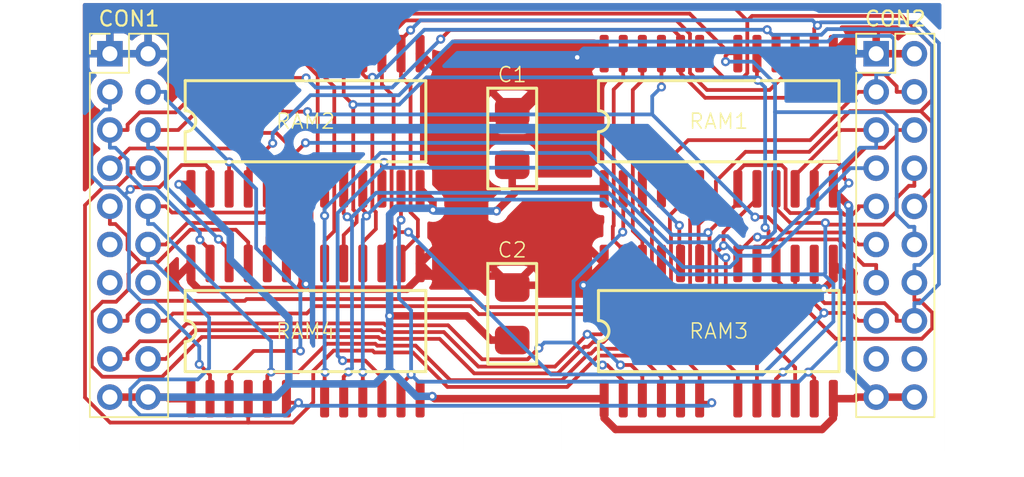
<source format=kicad_pcb>
(kicad_pcb (version 20240108) (generator "pcbnew") (generator_version "8.0")
  (layers (0 "F.Cu" signal) (31 "B.Cu" signal) (34 "B.Paste" user) (35 "F.Paste" user) (36 "B.SilkS" user "B.Silkscreen") (37 "F.SilkS" user "F.Silkscreen") (38 "B.Mask" user) (39 "F.Mask" user) (44 "Edge.Cuts" user))
  (net 0 "")
  (net 1 "/~{RAS}")
  (net 3 "/VCC")
  (net 4 "/~{OE}.3-4")
  (net 5 "/~{CAS}.3-4")
  (net 8 "/D3.2-4")
  (net 9 "/D2.1-3")
  (net 10 "/D0.1-3")
  (net 11 "/A11")
  (net 12 "/~{WE}.3-4")
  (net 13 "/GND")
  (net 14 "/D3.1-3")
  (net 15 "/D1.1-3")
  (net 16 "/D0.2-4")
  (net 17 "/D1.2-4")
  (net 18 "/D2.2-4")
  (net 19 "/A1")
  (net 20 "/A10")
  (net 21 "/~{OE}.1-2")
  (net 22 "/A0")
  (net 23 "/A4")
  (net 24 "/A5")
  (net 25 "/A9")
  (net 26 "/A8")
  (net 27 "/A3")
  (net 29 "/A2")
  (net 30 "/A7")
  (net 31 "/~{WE}.1-2")
  (net 32 "/~{CAS}.1-2")
  (net 33 "/A6")
  (footprint "Addon:RAM" (layer "F.Cu") (at 152.49 83.07)
    (property "Reference" "RAM1")
    (property "Value" "~")
  )
  (footprint "Connector_PinHeader_2.54mm:PinHeader_2x10_P2.54mm_Vertical" (layer "F.Cu") (at 162.96 78.575)
    (property "Reference" "CON2")
    (property "Value" "Conn_02x10_Odd_Even")
  )
  (footprint "Addon:RAM" (layer "F.Cu") (at 152.49 97.04)
    (property "Reference" "RAM3")
    (property "Value" "~")
  )
  (footprint "Addon:RAM" (layer "F.Cu") (at 125.01 97.04)
    (property "Reference" "RAM4")
    (property "Value" "~")
  )
  (footprint "Connector_PinHeader_2.54mm:PinHeader_2x10_P2.54mm_Vertical" (layer "F.Cu") (at 112 78.575)
    (property "Reference" "CON1")
    (property "Value" "Conn_02x10_Odd_Even")
  )
  (footprint "Addon:SMD Passive" (layer "F.Cu") (at 138.755 84.22)
    (property "Reference" "C1")
    (property "Value" "100 nF" (hide yes))
  )
  (footprint "Addon:SMD Passive" (layer "F.Cu") (at 138.755 95.89)
    (property "Reference" "C2")
    (property "Value" "100 nF" (hide yes))
  )
  (footprint "Addon:RAM" (layer "F.Cu") (at 125.01 83.07)
    (property "Reference" "RAM2")
    (property "Value" "~")
  )
  (gr_line (start 135.5 105) (end 110 105) (stroke (width 0.002)) (layer "Edge.Cuts"))
  (gr_line (start 142 105) (end 167.5 105) (stroke (width 0.002)) (layer "Edge.Cuts"))
  (gr_line (start 142 105) (end 142 102.5) (stroke (width 0.002)) (layer "Edge.Cuts"))
  (gr_line (start 167.5 75) (end 167.5 105) (stroke (width 0.002)) (layer "Edge.Cuts"))
  (gr_line (start 110 75) (end 110 105) (stroke (width 0.002)) (layer "Edge.Cuts"))
  (gr_line (start 135.5 105) (end 135.5 102.5) (stroke (width 0.002)) (layer "Edge.Cuts"))
  (gr_line (start 142 102.5) (end 135.5 102.5) (stroke (width 0.002)) (layer "Edge.Cuts"))
  (gr_line (start 110 75) (end 167.5 75) (stroke (width 0.002)) (layer "Edge.Cuts"))
  (segment (start 149.2416 90.495) (end 149.315 90.5684) (width 0.25) (layer "F.Cu") (net 1))
  (segment (start 147.2391 98.1494) (end 148.0294 98.1494) (width 0.25) (layer "F.Cu") (net 1))
  (segment (start 114.54 88.735) (end 115.7167 88.735) (width 0.25) (layer "F.Cu") (net 1))
  (segment (start 144.3095 98.2205) (end 144.3125 98.2205) (width 0.25) (layer "F.Cu") (net 1))
  (segment (start 149.2416 89.3222) (end 149.2416 90.495) (width 0.25) (layer "F.Cu") (net 1))
  (segment (start 147.1695 98.219) (end 147.2391 98.1494) (width 0.25) (layer "F.Cu") (net 1))
  (segment (start 122.47 100.0157) (end 122.7194 99.7663) (width 0.25) (layer "F.Cu") (net 1))
  (segment (start 132.3371 98.0095) (end 134.6336 100.306) (width 0.25) (layer "F.Cu") (net 1))
  (segment (start 143.9914 98.5386) (end 144.3095 98.2205) (width 0.25) (layer "F.Cu") (net 1))
  (segment (start 115.7167 88.735) (end 116.13 89.1483) (width 0.25) (layer "F.Cu") (net 1))
  (segment (start 122.2417 89.1483) (end 122.47 88.92) (width 0.25) (layer "F.Cu") (net 1))
  (segment (start 126.4178 97.8858) (end 129.6566 97.8858) (width 0.25) (layer "F.Cu") (net 1))
  (segment (start 124.5373 99.7663) (end 126.4178 97.8858) (width 0.25) (layer "F.Cu") (net 1))
  (segment (start 129.6566 97.8858) (end 129.7803 98.0095) (width 0.25) (layer "F.Cu") (net 1))
  (segment (start 143.8349 98.5386) (end 143.9914 98.5386) (width 0.25) (layer "F.Cu") (net 1))
  (segment (start 122.7194 99.7663) (end 124.5373 99.7663) (width 0.25) (layer "F.Cu") (net 1))
  (segment (start 144.314 98.219) (end 147.1695 98.219) (width 0.25) (layer "F.Cu") (net 1))
  (segment (start 122.47 101.54) (end 122.47 100.0157) (width 0.25) (layer "F.Cu") (net 1))
  (segment (start 149.315 90.5684) (end 149.315 96.0735) (width 0.25) (layer "F.Cu") (net 1))
  (segment (start 134.6336 100.306) (end 142.0675 100.306) (width 0.25) (layer "F.Cu") (net 1))
  (segment (start 129.7803 98.0095) (end 132.3371 98.0095) (width 0.25) (layer "F.Cu") (net 1))
  (segment (start 144.3125 98.2205) (end 144.314 98.219) (width 0.25) (layer "F.Cu") (net 1))
  (segment (start 148.0294 98.1494) (end 149.95 100.07) (width 0.25) (layer "F.Cu") (net 1))
  (segment (start 122.47 88.92) (end 122.47 87.57) (width 0.25) (layer "F.Cu") (net 1))
  (segment (start 149.95 87.57) (end 149.95 88.6138) (width 0.25) (layer "F.Cu") (net 1))
  (segment (start 142.0675 100.306) (end 143.8349 98.5386) (width 0.25) (layer "F.Cu") (net 1))
  (segment (start 116.13 89.1483) (end 122.2417 89.1483) (width 0.25) (layer "F.Cu") (net 1))
  (segment (start 149.95 100.07) (end 149.95 101.54) (width 0.25) (layer "F.Cu") (net 1))
  (segment (start 149.95 88.6138) (end 149.2416 89.3222) (width 0.25) (layer "F.Cu") (net 1))
  (segment (start 149.315 96.0735) (end 147.2391 98.1494) (width 0.25) (layer "F.Cu") (net 1))
  (via (at 122.7194 99.7663) (size 0.6) (drill 0.3) (layers "F.Cu" "B.Cu") (net 1))
  (segment (start 122.7194 97.7234) (end 122.7194 99.7663) (width 0.25) (layer "B.Cu") (net 1))
  (segment (start 114.54 89.9117) (end 114.9077 89.9117) (width 0.25) (layer "B.Cu") (net 1))
  (segment (start 114.9077 89.9117) (end 122.7194 97.7234) (width 0.25) (layer "B.Cu") (net 1))
  (segment (start 114.54 88.735) (end 114.54 89.9117) (width 0.25) (layer "B.Cu") (net 1))
  (segment (start 115.9467 101.54) (end 117.39 101.54) (width 0.5) (layer "F.Cu") (net 3))
  (segment (start 161.5533 101.54) (end 161.6583 101.435) (width 0.5) (layer "F.Cu") (net 3))
  (segment (start 138.904 87.57) (end 138.904 87.8541) (width 0.5) (layer "F.Cu") (net 3))
  (segment (start 112 101.435) (end 114.54 101.435) (width 0.5) (layer "F.Cu") (net 3))
  (segment (start 144.87 101.54) (end 144.87 102.83) (width 0.5) (layer "F.Cu") (net 3))
  (segment (start 138.755 87.421) (end 138.755 85.97) (width 0.5) (layer "F.Cu") (net 3))
  (segment (start 132.7866 101.3834) (end 132.63 101.54) (width 0.5) (layer "F.Cu") (net 3))
  (segment (start 160.11 101.54) (end 161.5533 101.54) (width 0.5) (layer "F.Cu") (net 3))
  (segment (start 144.87 87.57) (end 138.904 87.57) (width 0.5) (layer "F.Cu") (net 3))
  (segment (start 133.4368 101.3834) (end 132.7866 101.3834) (width 0.5) (layer "F.Cu") (net 3))
  (segment (start 132.63 87.57) (end 133.4844 88.4244) (width 0.5) (layer "F.Cu") (net 3))
  (segment (start 159.36 103.59) (end 160.11 102.84) (width 0.5) (layer "F.Cu") (net 3))
  (segment (start 162.96 101.435) (end 161.6583 101.435) (width 0.5) (layer "F.Cu") (net 3))
  (segment (start 135.735 96.0277) (end 137.3473 97.64) (width 0.5) (layer "F.Cu") (net 3))
  (segment (start 145.63 103.59) (end 159.36 103.59) (width 0.5) (layer "F.Cu") (net 3))
  (segment (start 137.3473 97.64) (end 138.755 97.64) (width 0.5) (layer "F.Cu") (net 3))
  (segment (start 130.6011 96.0277) (end 135.735 96.0277) (width 0.5) (layer "F.Cu") (net 3))
  (segment (start 138.904 87.57) (end 138.755 87.421) (width 0.5) (layer "F.Cu") (net 3))
  (segment (start 160.11 102.84) (end 160.11 101.54) (width 0.5) (layer "F.Cu") (net 3))
  (segment (start 133.4844 88.4244) (end 133.4844 88.9715) (width 0.5) (layer "F.Cu") (net 3))
  (segment (start 114.54 101.435) (end 115.8417 101.435) (width 0.5) (layer "F.Cu") (net 3))
  (segment (start 144.87 102.83) (end 145.63 103.59) (width 0.5) (layer "F.Cu") (net 3))
  (segment (start 165.5 101.435) (end 162.96 101.435) (width 0.5) (layer "F.Cu") (net 3))
  (segment (start 115.8417 101.435) (end 115.9467 101.54) (width 0.5) (layer "F.Cu") (net 3))
  (segment (start 117.0926 87.2726) (end 116.5867 87.2726) (width 0.5) (layer "F.Cu") (net 3))
  (segment (start 117.39 87.57) (end 117.0926 87.2726) (width 0.5) (layer "F.Cu") (net 3))
  (segment (start 138.904 87.8541) (end 137.7085 89.0496) (width 0.5) (layer "F.Cu") (net 3))
  (segment (start 133.5934 101.54) (end 133.4368 101.3834) (width 0.5) (layer "F.Cu") (net 3))
  (segment (start 144.87 101.54) (end 133.5934 101.54) (width 0.5) (layer "F.Cu") (net 3))
  (segment (start 160.11 87.6654) (end 160.11 87.57) (width 0.5) (layer "F.Cu") (net 3))
  (segment (start 161.1118 88.6672) (end 160.11 87.6654) (width 0.5) (layer "F.Cu") (net 3))
  (via (at 161.1118 88.6672) (size 0.6) (drill 0.3) (layers "F.Cu" "B.Cu") (net 3))
  (via (at 133.4844 88.9715) (size 0.6) (drill 0.3) (layers "F.Cu" "B.Cu") (net 3))
  (via (at 133.4368 101.3834) (size 0.6) (drill 0.3) (layers "F.Cu" "B.Cu") (net 3))
  (via (at 130.6011 96.0277) (size 0.6) (drill 0.3) (layers "F.Cu" "B.Cu") (net 3))
  (via (at 137.7085 89.0496) (size 0.6) (drill 0.3) (layers "F.Cu" "B.Cu") (net 3))
  (via (at 116.5867 87.2726) (size 0.6) (drill 0.3) (layers "F.Cu" "B.Cu") (net 3))
  (segment (start 130.6011 99.5912) (end 130.6011 96.0277) (width 0.5) (layer "B.Cu") (net 3))
  (segment (start 133.3754 88.8625) (end 131.0292 88.8625) (width 0.5) (layer "B.Cu") (net 3))
  (segment (start 162.96 101.435) (end 161.186 99.661) (width 0.5) (layer "B.Cu") (net 3))
  (segment (start 120.0073 90.6112) (end 120.0073 92.2881) (width 0.5) (layer "B.Cu") (net 3))
  (segment (start 120.0073 92.2881) (end 123.8981 96.1789) (width 0.5) (layer "B.Cu") (net 3))
  (segment (start 161.186 99.661) (end 161.186 88.7414) (width 0.5) (layer "B.Cu") (net 3))
  (segment (start 123.0184 101.435) (end 115.8417 101.435) (width 0.5) (layer "B.Cu") (net 3))
  (segment (start 123.8981 96.1789) (end 123.8981 100.5553) (width 0.5) (layer "B.Cu") (net 3))
  (segment (start 133.5625 89.0496) (end 137.7085 89.0496) (width 0.5) (layer "B.Cu") (net 3))
  (segment (start 114.54 101.435) (end 115.8417 101.435) (width 0.5) (layer "B.Cu") (net 3))
  (segment (start 132.3933 101.3834) (end 133.4368 101.3834) (width 0.5) (layer "B.Cu") (net 3))
  (segment (start 133.4844 88.9715) (end 133.3754 88.8625) (width 0.5) (layer "B.Cu") (net 3))
  (segment (start 130.6011 89.2906) (end 130.6011 96.0277) (width 0.5) (layer "B.Cu") (net 3))
  (segment (start 116.6687 87.2726) (end 120.0073 90.6112) (width 0.5) (layer "B.Cu") (net 3))
  (segment (start 133.4844 88.9715) (end 133.5625 89.0496) (width 0.5) (layer "B.Cu") (net 3))
  (segment (start 161.186 88.7414) (end 161.1118 88.6672) (width 0.5) (layer "B.Cu") (net 3))
  (segment (start 123.8981 100.5553) (end 129.637 100.5553) (width 0.5) (layer "B.Cu") (net 3))
  (segment (start 123.8981 100.5553) (end 123.0184 101.435) (width 0.5) (layer "B.Cu") (net 3))
  (segment (start 129.637 100.5553) (end 130.6011 99.5912) (width 0.5) (layer "B.Cu") (net 3))
  (segment (start 130.6011 99.5912) (end 132.3933 101.3834) (width 0.5) (layer "B.Cu") (net 3))
  (segment (start 131.0292 88.8625) (end 130.6011 89.2906) (width 0.5) (layer "B.Cu") (net 3))
  (segment (start 116.5867 87.2726) (end 116.6687 87.2726) (width 0.5) (layer "B.Cu") (net 3))
  (segment (start 149.95 92.54) (end 149.8695 92.4595) (width 0.25) (layer "F.Cu") (net 4))
  (segment (start 121.1602 83.8468) (end 120.1213 84.8857) (width 0.25) (layer "F.Cu") (net 4))
  (segment (start 120.1213 84.8857) (end 113.3093 84.8857) (width 0.25) (layer "F.Cu") (net 4))
  (segment (start 124.3713 85.1468) (end 123.0712 83.8468) (width 0.25) (layer "F.Cu") (net 4))
  (segment (start 122.47 92.54) (end 122.47 90.8068) (width 0.25) (layer "F.Cu") (net 4))
  (segment (start 124.3713 85.1468) (end 125.0098 84.5083) (width 0.25) (layer "F.Cu") (net 4))
  (segment (start 123.0712 83.8468) (end 121.1602 83.8468) (width 0.25) (layer "F.Cu") (net 4))
  (segment (start 124.3713 88.9055) (end 124.3713 85.1469) (width 0.25) (layer "F.Cu") (net 4))
  (segment (start 113.3093 84.8857) (end 112 86.195) (width 0.25) (layer "F.Cu") (net 4))
  (segment (start 122.47 90.8068) (end 124.3713 88.9055) (width 0.25) (layer "F.Cu") (net 4))
  (segment (start 124.3713 85.1469) (end 124.3713 85.1468) (width 0.25) (layer "F.Cu") (net 4))
  (segment (start 149.8695 92.4595) (end 149.8695 90.004) (width 0.25) (layer "F.Cu") (net 4))
  (via (at 125.0098 84.5083) (size 0.6) (drill 0.3) (layers "F.Cu" "B.Cu") (net 4))
  (via (at 149.8695 90.004) (size 0.6) (drill 0.3) (layers "F.Cu" "B.Cu") (net 4))
  (segment (start 144.3738 84.5083) (end 149.8695 90.004) (width 0.25) (layer "B.Cu") (net 4))
  (segment (start 125.0098 84.5083) (end 144.3738 84.5083) (width 0.25) (layer "B.Cu") (net 4))
  (segment (start 117.3446 90.2942) (end 120.3742 90.2942) (width 0.25) (layer "F.Cu") (net 5))
  (segment (start 113.2372 93.2378) (end 113.2372 94.2622) (width 0.25) (layer "F.Cu") (net 5))
  (segment (start 110.7985 99.3807) (end 111.4972 100.0794) (width 0.25) (layer "F.Cu") (net 5))
  (segment (start 118.12 97.4341) (end 129.8437 97.4341) (width 0.25) (layer "F.Cu") (net 5))
  (segment (start 111.5054 95.085) (end 110.7985 95.7919) (width 0.25) (layer "F.Cu") (net 5))
  (segment (start 120.3742 90.2942) (end 121.2 91.12) (width 0.25) (layer "F.Cu") (net 5))
  (segment (start 112 88.735) (end 112 89.9117) (width 0.25) (layer "F.Cu") (net 5))
  (segment (start 113.2372 94.2622) (end 112.4144 95.085) (width 0.25) (layer "F.Cu") (net 5))
  (segment (start 112.3678 89.9117) (end 113.1767 90.7206) (width 0.25) (layer "F.Cu") (net 5))
  (segment (start 129.8437 97.4341) (end 129.9674 97.5578) (width 0.25) (layer "F.Cu") (net 5))
  (segment (start 113.1767 91.6125) (end 114.0196 92.4554) (width 0.25) (layer "F.Cu") (net 5))
  (segment (start 112.4144 95.085) (end 111.5054 95.085) (width 0.25) (layer "F.Cu") (net 5))
  (segment (start 144.8271 97.7673) (end 148.68 93.9144) (width 0.25) (layer "F.Cu") (net 5))
  (segment (start 133.9301 97.5578) (end 136.2266 99.8543) (width 0.25) (layer "F.Cu") (net 5))
  (segment (start 115.4747 100.0794) (end 118.12 97.4341) (width 0.25) (layer "F.Cu") (net 5))
  (segment (start 144.1239 97.7673) (end 144.8271 97.7673) (width 0.25) (layer "F.Cu") (net 5))
  (segment (start 129.9674 97.5578) (end 133.9301 97.5578) (width 0.25) (layer "F.Cu") (net 5))
  (segment (start 112 89.9117) (end 112.3678 89.9117) (width 0.25) (layer "F.Cu") (net 5))
  (segment (start 143.5542 98.0869) (end 143.8043 98.0869) (width 0.25) (layer "F.Cu") (net 5))
  (segment (start 148.68 93.9144) (end 148.68 92.54) (width 0.25) (layer "F.Cu") (net 5))
  (segment (start 136.2266 99.8543) (end 141.7868 99.8543) (width 0.25) (layer "F.Cu") (net 5))
  (segment (start 121.2 91.12) (end 121.2 92.54) (width 0.25) (layer "F.Cu") (net 5))
  (segment (start 111.4972 100.0794) (end 115.4747 100.0794) (width 0.25) (layer "F.Cu") (net 5))
  (segment (start 143.8043 98.0869) (end 144.1239 97.7673) (width 0.25) (layer "F.Cu") (net 5))
  (segment (start 115.1834 92.4554) (end 117.3446 90.2942) (width 0.25) (layer "F.Cu") (net 5))
  (segment (start 141.7868 99.8543) (end 143.5542 98.0869) (width 0.25) (layer "F.Cu") (net 5))
  (segment (start 114.0196 92.4554) (end 115.1834 92.4554) (width 0.25) (layer "F.Cu") (net 5))
  (segment (start 114.0196 92.4554) (end 113.2372 93.2378) (width 0.25) (layer "F.Cu") (net 5))
  (segment (start 113.1767 90.7206) (end 113.1767 91.6125) (width 0.25) (layer "F.Cu") (net 5))
  (segment (start 110.7985 95.7919) (end 110.7985 99.3807) (width 0.25) (layer "F.Cu") (net 5))
  (segment (start 112 83.655) (end 113.1767 83.655) (width 0.25) (layer "F.Cu") (net 8))
  (segment (start 113.9856 82.4783) (end 116.3817 82.4783) (width 0.25) (layer "F.Cu") (net 8))
  (segment (start 113.1767 83.2872) (end 113.9856 82.4783) (width 0.25) (layer "F.Cu") (net 8))
  (segment (start 113.1767 83.655) (end 113.1767 83.2872) (width 0.25) (layer "F.Cu") (net 8))
  (segment (start 118.66 80.2) (end 118.66 78.57) (width 0.25) (layer "F.Cu") (net 8))
  (segment (start 116.3817 82.4783) (end 118.66 80.2) (width 0.25) (layer "F.Cu") (net 8))
  (segment (start 117.9856 90.9621) (end 118.66 91.6365) (width 0.25) (layer "F.Cu") (net 8))
  (segment (start 118.66 91.6365) (end 118.66 92.54) (width 0.25) (layer "F.Cu") (net 8))
  (via (at 117.9856 90.9621) (size 0.6) (drill 0.3) (layers "F.Cu" "B.Cu") (net 8))
  (segment (start 117.9856 90.4912) (end 117.9856 90.9621) (width 0.25) (layer "B.Cu") (net 8))
  (segment (start 113.1767 86.5325) (end 114.2025 87.5583) (width 0.25) (layer "B.Cu") (net 8))
  (segment (start 114.2025 87.5583) (end 115.0527 87.5583) (width 0.25) (layer "B.Cu") (net 8))
  (segment (start 112 84.8317) (end 112.3678 84.8317) (width 0.25) (layer "B.Cu") (net 8))
  (segment (start 113.1767 85.6406) (end 113.1767 86.5325) (width 0.25) (layer "B.Cu") (net 8))
  (segment (start 112 83.655) (end 112 84.8317) (width 0.25) (layer "B.Cu") (net 8))
  (segment (start 115.0527 87.5583) (end 117.9856 90.4912) (width 0.25) (layer "B.Cu") (net 8))
  (segment (start 112.3678 84.8317) (end 113.1767 85.6406) (width 0.25) (layer "B.Cu") (net 8))
  (segment (start 147.41 93.2225) (end 147.41 92.54) (width 0.25) (layer "F.Cu") (net 9))
  (segment (start 146.775 90.365) (end 146.775 80.985) (width 0.25) (layer "F.Cu") (net 9))
  (segment (start 147.41 92.54) (end 147.41 91) (width 0.25) (layer "F.Cu") (net 9))
  (segment (start 114.54 96.355) (end 115.7167 96.355) (width 0.25) (layer "F.Cu") (net 9))
  (segment (start 147.41 80.35) (end 147.41 78.57) (width 0.25) (layer "F.Cu") (net 9))
  (segment (start 116.2045 95.8672) (end 125.095 95.8672) (width 0.25) (layer "F.Cu") (net 9))
  (segment (start 125.095 95.8672) (end 125.5818 95.3804) (width 0.25) (layer "F.Cu") (net 9))
  (segment (start 136.5265 95.9106) (end 144.7219 95.9106) (width 0.25) (layer "F.Cu") (net 9))
  (segment (start 135.9963 95.3804) (end 136.5265 95.9106) (width 0.25) (layer "F.Cu") (net 9))
  (segment (start 146.775 80.985) (end 147.41 80.35) (width 0.25) (layer "F.Cu") (net 9))
  (segment (start 144.7219 95.9106) (end 147.41 93.2225) (width 0.25) (layer "F.Cu") (net 9))
  (segment (start 115.7167 96.355) (end 116.2045 95.8672) (width 0.25) (layer "F.Cu") (net 9))
  (segment (start 125.5818 95.3804) (end 135.9963 95.3804) (width 0.25) (layer "F.Cu") (net 9))
  (segment (start 147.41 91) (end 146.775 90.365) (width 0.25) (layer "F.Cu") (net 9))
  (segment (start 113.1767 98.895) (end 113.1767 98.5272) (width 0.25) (layer "F.Cu") (net 10))
  (segment (start 146.14 90.4114) (end 146.1032 90.4482) (width 0.25) (layer "F.Cu") (net 10))
  (segment (start 145.3255 99.556284) (end 145.3255 99.5555) (width 0.25) (layer "F.Cu") (net 10))
  (segment (start 115.9365 97.7183) (end 117.1246 96.5302) (width 0.25) (layer "F.Cu") (net 10))
  (segment (start 145.691616 99.9224) (end 145.3255 99.556284) (width 0.25) (layer "F.Cu") (net 10))
  (segment (start 145.069 99.299) (end 144.7576 99.299) (width 0.25) (layer "F.Cu") (net 10))
  (segment (start 130.2174 96.5302) (end 130.3416 96.6544) (width 0.25) (layer "F.Cu") (net 10))
  (segment (start 130.3416 96.6544) (end 134.4917 96.6544) (width 0.25) (layer "F.Cu") (net 10))
  (segment (start 145.6924 99.9224) (end 145.691616 99.9224) (width 0.25) (layer "F.Cu") (net 10))
  (segment (start 146.14 100.37) (end 145.6924 99.9224) (width 0.25) (layer "F.Cu") (net 10))
  (segment (start 139.781 98.9185) (end 140.5258 98.1737) (width 0.25) (layer "F.Cu") (net 10))
  (segment (start 113.9856 97.7183) (end 115.9365 97.7183) (width 0.25) (layer "F.Cu") (net 10))
  (segment (start 117.1246 96.5302) (end 130.2174 96.5302) (width 0.25) (layer "F.Cu") (net 10))
  (segment (start 112 98.895) (end 113.1767 98.895) (width 0.25) (layer "F.Cu") (net 10))
  (segment (start 146.14 87.57) (end 146.14 90.4114) (width 0.25) (layer "F.Cu") (net 10))
  (segment (start 136.7558 98.9185) (end 139.781 98.9185) (width 0.25) (layer "F.Cu") (net 10))
  (segment (start 146.14 101.54) (end 146.14 100.37) (width 0.25) (layer "F.Cu") (net 10))
  (segment (start 145.3255 99.5555) (end 145.069 99.299) (width 0.25) (layer "F.Cu") (net 10))
  (segment (start 134.4917 96.6544) (end 136.7558 98.9185) (width 0.25) (layer "F.Cu") (net 10))
  (segment (start 113.1767 98.5272) (end 113.9856 97.7183) (width 0.25) (layer "F.Cu") (net 10))
  (via (at 146.1032 90.4482) (size 0.6) (drill 0.3) (layers "F.Cu" "B.Cu") (net 10))
  (via (at 144.7576 99.299) (size 0.6) (drill 0.3) (layers "F.Cu" "B.Cu") (net 10))
  (via (at 140.5258 98.1737) (size 0.6) (drill 0.3) (layers "F.Cu" "B.Cu") (net 10))
  (segment (start 144.3328 99.299) (end 144.7576 99.299) (width 0.25) (layer "B.Cu") (net 10))
  (segment (start 142.8351 97.8013) (end 140.8982 97.8013) (width 0.25) (layer "B.Cu") (net 10))
  (segment (start 140.8982 97.8013) (end 140.5258 98.1737) (width 0.25) (layer "B.Cu") (net 10))
  (segment (start 142.8351 93.7163) (end 146.1032 90.4482) (width 0.25) (layer "B.Cu") (net 10))
  (segment (start 142.8351 97.8013) (end 144.3328 99.299) (width 0.25) (layer "B.Cu") (net 10))
  (segment (start 142.8351 97.8013) (end 142.8351 93.7163) (width 0.25) (layer "B.Cu") (net 10))
  (segment (start 124.0095 101.8095) (end 124.544 101.8095) (width 0.25) (layer "F.Cu") (net 11))
  (segment (start 151.22 88.97) (end 150.585 89.605) (width 0.25) (layer "F.Cu") (net 11))
  (segment (start 123.74 101.54) (end 124.0095 101.8095) (width 0.25) (layer "F.Cu") (net 11))
  (segment (start 122.7675 89.8425) (end 123.74 88.87) (width 0.25) (layer "F.Cu") (net 11))
  (segment (start 114.54 91.275) (end 115.7167 91.275) (width 0.25) (layer "F.Cu") (net 11))
  (segment (start 151.4896 101.8096) (end 152.024 101.8096) (width 0.25) (layer "F.Cu") (net 11))
  (segment (start 115.7167 91.275) (end 117.1492 89.8425) (width 0.25) (layer "F.Cu") (net 11))
  (segment (start 150.585 99.245) (end 151.22 99.88) (width 0.25) (layer "F.Cu") (net 11))
  (segment (start 151.22 101.54) (end 151.4896 101.8096) (width 0.25) (layer "F.Cu") (net 11))
  (segment (start 151.22 99.88) (end 151.22 101.54) (width 0.25) (layer "F.Cu") (net 11))
  (segment (start 123.74 88.87) (end 123.74 87.57) (width 0.25) (layer "F.Cu") (net 11))
  (segment (start 124.544 101.8095) (end 124.544 101.8096) (width 0.25) (layer "F.Cu") (net 11))
  (segment (start 117.1492 89.8425) (end 122.7675 89.8425) (width 0.25) (layer "F.Cu") (net 11))
  (segment (start 151.22 87.57) (end 151.22 88.97) (width 0.25) (layer "F.Cu") (net 11))
  (segment (start 150.585 89.605) (end 150.585 99.245) (width 0.25) (layer "F.Cu") (net 11))
  (via (at 152.024 101.8096) (size 0.6) (drill 0.3) (layers "F.Cu" "B.Cu") (net 11))
  (via (at 124.544 101.8096) (size 0.6) (drill 0.3) (layers "F.Cu" "B.Cu") (net 11))
  (segment (start 113.3599 101.9867) (end 114.0205 102.6473) (width 0.25) (layer "B.Cu") (net 11))
  (segment (start 151.8235 102.0101) (end 152.024 101.8096) (width 0.25) (layer "B.Cu") (net 11))
  (segment (start 123.7063 102.6473) (end 124.544 101.8096) (width 0.25) (layer "B.Cu") (net 11))
  (segment (start 114.0181 100.2561) (end 113.3599 100.9143) (width 0.25) (layer "B.Cu") (net 11))
  (segment (start 114.54 91.275) (end 114.54 92.4517) (width 0.25) (layer "B.Cu") (net 11))
  (segment (start 124.544 101.8096) (end 124.7445 102.0101) (width 0.25) (layer "B.Cu") (net 11))
  (segment (start 114.9077 92.4517) (end 118.5985 96.1425) (width 0.25) (layer "B.Cu") (net 11))
  (segment (start 114.54 92.4517) (end 114.9077 92.4517) (width 0.25) (layer "B.Cu") (net 11))
  (segment (start 118.5985 96.1425) (end 118.5985 99.5049) (width 0.25) (layer "B.Cu") (net 11))
  (segment (start 114.0205 102.6473) (end 123.7063 102.6473) (width 0.25) (layer "B.Cu") (net 11))
  (segment (start 117.8473 100.2561) (end 114.0181 100.2561) (width 0.25) (layer "B.Cu") (net 11))
  (segment (start 113.3599 100.9143) (end 113.3599 101.9867) (width 0.25) (layer "B.Cu") (net 11))
  (segment (start 118.5985 99.5049) (end 117.8473 100.2561) (width 0.25) (layer "B.Cu") (net 11))
  (segment (start 124.7445 102.0101) (end 151.8235 102.0101) (width 0.25) (layer "B.Cu") (net 11))
  (segment (start 124.1751 103.1289) (end 125.5244 101.7796) (width 0.25) (layer "F.Cu") (net 12))
  (segment (start 110.3468 88.6626) (end 110.3468 101.4606) (width 0.25) (layer "F.Cu") (net 12))
  (segment (start 121.2 103.1289) (end 121.2 101.54) (width 0.25) (layer "F.Cu") (net 12))
  (segment (start 110.3468 101.4606) (end 112.0151 103.1289) (width 0.25) (layer "F.Cu") (net 12))
  (segment (start 144.4996 98.6722) (end 144.5011 98.6707) (width 0.25) (layer "F.Cu") (net 12))
  (segment (start 112.0151 103.1289) (end 121.2 103.1289) (width 0.25) (layer "F.Cu") (net 12))
  (segment (start 121.2 103.1289) (end 124.1751 103.1289) (width 0.25) (layer "F.Cu") (net 12))
  (segment (start 129.5932 98.4612) (end 132.1499 98.4612) (width 0.25) (layer "F.Cu") (net 12))
  (segment (start 114.54 86.195) (end 113.3633 86.195) (width 0.25) (layer "F.Cu") (net 12))
  (segment (start 112.4697 87.465) (end 111.5444 87.465) (width 0.25) (layer "F.Cu") (net 12))
  (segment (start 126.8776 98.3375) (end 129.4695 98.3375) (width 0.25) (layer "F.Cu") (net 12))
  (segment (start 113.3633 86.5714) (end 112.4697 87.465) (width 0.25) (layer "F.Cu") (net 12))
  (segment (start 111.5444 87.465) (end 110.3468 88.6626) (width 0.25) (layer "F.Cu") (net 12))
  (segment (start 147.2407 98.6707) (end 148.68 100.11) (width 0.25) (layer "F.Cu") (net 12))
  (segment (start 142.4111 100.7577) (end 144.4966 98.6722) (width 0.25) (layer "F.Cu") (net 12))
  (segment (start 132.1499 98.4612) (end 134.4464 100.7577) (width 0.25) (layer "F.Cu") (net 12))
  (segment (start 125.5244 101.7796) (end 125.5244 99.6907) (width 0.25) (layer "F.Cu") (net 12))
  (segment (start 148.68 100.11) (end 148.68 101.54) (width 0.25) (layer "F.Cu") (net 12))
  (segment (start 144.5011 98.6707) (end 147.2407 98.6707) (width 0.25) (layer "F.Cu") (net 12))
  (segment (start 113.3633 86.195) (end 113.3633 86.5714) (width 0.25) (layer "F.Cu") (net 12))
  (segment (start 129.4695 98.3375) (end 129.5932 98.4612) (width 0.25) (layer "F.Cu") (net 12))
  (segment (start 134.4464 100.7577) (end 142.4111 100.7577) (width 0.25) (layer "F.Cu") (net 12))
  (segment (start 144.4966 98.6722) (end 144.4996 98.6722) (width 0.25) (layer "F.Cu") (net 12))
  (segment (start 125.5244 99.6907) (end 126.8776 98.3375) (width 0.25) (layer "F.Cu") (net 12))
  (segment (start 114.54 78.575) (end 115.8417 78.575) (width 0.5) (layer "F.Cu") (net 13))
  (segment (start 136.9204 82.8604) (end 138.3646 82.8604) (width 0.5) (layer "F.Cu") (net 13))
  (segment (start 162.96 78.575) (end 160.115 78.575) (width 0.5) (layer "F.Cu") (net 13))
  (segment (start 144.6221 78.8179) (end 144.87 78.57) (width 0.5) (layer "F.Cu") (net 13))
  (segment (start 144.87 92.54) (end 143.4927 93.9173) (width 0.5) (layer "F.Cu") (net 13))
  (segment (start 117.39 92.54) (end 117.39 93.74) (width 0.5) (layer "F.Cu") (net 13))
  (segment (start 114.54 78.575) (end 112 78.575) (width 0.5) (layer "F.Cu") (net 13))
  (segment (start 136.9204 93.3754) (end 137.9904 93.3754) (width 0.5) (layer "F.Cu") (net 13))
  (segment (start 138.755 82.47) (end 139.4254 82.47) (width 0.5) (layer "F.Cu") (net 13))
  (segment (start 143.4927 93.9173) (end 143.4927 93.987) (width 0.5) (layer "F.Cu") (net 13))
  (segment (start 117.39 78.57) (end 115.8467 78.57) (width 0.5) (layer "F.Cu") (net 13))
  (segment (start 160.115 78.575) (end 160.11 78.57) (width 0.5) (layer "F.Cu") (net 13))
  (segment (start 165.5 78.575) (end 162.96 78.575) (width 0.5) (layer "F.Cu") (net 13))
  (segment (start 132.63 92.54) (end 132.63 93.3754) (width 0.5) (layer "F.Cu") (net 13))
  (segment (start 132.63 93.3754) (end 131.7571 94.2483) (width 0.5) (layer "F.Cu") (net 13))
  (segment (start 115.8467 78.57) (end 115.8417 78.575) (width 0.5) (layer "F.Cu") (net 13))
  (segment (start 132.63 78.57) (end 136.9204 82.8604) (width 0.5) (layer "F.Cu") (net 13))
  (segment (start 139.4254 82.47) (end 143.0775 78.8179) (width 0.5) (layer "F.Cu") (net 13))
  (segment (start 137.9904 93.3754) (end 138.755 94.14) (width 0.5) (layer "F.Cu") (net 13))
  (segment (start 138.755 94.14) (end 138.908 93.987) (width 0.5) (layer "F.Cu") (net 13))
  (segment (start 117.39 93.74) (end 117.9219 94.2719) (width 0.5) (layer "F.Cu") (net 13))
  (segment (start 125.3843 94.2483) (end 125.0379 93.9019) (width 0.5) (layer "F.Cu") (net 13))
  (segment (start 138.3646 82.8604) (end 138.755 82.47) (width 0.5) (layer "F.Cu") (net 13))
  (segment (start 160.11 92.54) (end 160.11 93.6026) (width 0.5) (layer "F.Cu") (net 13))
  (segment (start 131.7571 94.2483) (end 125.3843 94.2483) (width 0.5) (layer "F.Cu") (net 13))
  (segment (start 136.9204 82.8604) (end 136.9204 93.3754) (width 0.5) (layer "F.Cu") (net 13))
  (segment (start 124.6679 94.2719) (end 125.0379 93.9019) (width 0.5) (layer "F.Cu") (net 13))
  (segment (start 138.908 93.987) (end 143.4927 93.987) (width 0.5) (layer "F.Cu") (net 13))
  (segment (start 143.0775 78.8179) (end 144.6221 78.8179) (width 0.5) (layer "F.Cu") (net 13))
  (segment (start 117.9219 94.2719) (end 124.6679 94.2719) (width 0.5) (layer "F.Cu") (net 13))
  (segment (start 132.63 93.3754) (end 136.9204 93.3754) (width 0.5) (layer "F.Cu") (net 13))
  (segment (start 160.11 93.6026) (end 159.4824 94.2302) (width 0.5) (layer "F.Cu") (net 13))
  (via (at 159.4824 94.2302) (size 0.6) (drill 0.3) (layers "F.Cu" "B.Cu") (net 13))
  (via (at 143.4927 93.987) (size 0.6) (drill 0.3) (layers "F.Cu" "B.Cu") (net 13))
  (via (at 143.0775 78.8179) (size 0.6) (drill 0.3) (layers "F.Cu" "B.Cu") (net 13))
  (via (at 125.0379 93.9019) (size 0.6) (drill 0.3) (layers "F.Cu" "B.Cu") (net 13))
  (segment (start 115.8417 78.575) (end 115.8417 78.6323) (width 0.5) (layer "B.Cu") (net 13))
  (segment (start 125.0379 87.8285) (end 125.0379 93.9019) (width 0.5) (layer "B.Cu") (net 13))
  (segment (start 161.4345 78.3512) (end 161.6583 78.575) (width 0.5) (layer "B.Cu") (net 13))
  (segment (start 114.54 78.575) (end 115.8417 78.575) (width 0.5) (layer "B.Cu") (net 13))
  (segment (start 159.4824 94.2302) (end 143.7359 94.2302) (width 0.5) (layer "B.Cu") (net 13))
  (segment (start 143.0775 78.8179) (end 143.5442 78.3512) (width 0.5) (layer "B.Cu") (net 13))
  (segment (start 143.7359 94.2302) (end 143.4927 93.987) (width 0.5) (layer "B.Cu") (net 13))
  (segment (start 115.8417 78.6323) (end 125.0379 87.8285) (width 0.5) (layer "B.Cu") (net 13))
  (segment (start 143.5442 78.3512) (end 161.4345 78.3512) (width 0.5) (layer "B.Cu") (net 13))
  (segment (start 162.96 78.575) (end 161.6583 78.575) (width 0.5) (layer "B.Cu") (net 13))
  (segment (start 144.376 95.444) (end 136.7916 95.444) (width 0.25) (layer "F.Cu") (net 14))
  (segment (start 145.4454 90.0756) (end 145.4454 90.9378) (width 0.25) (layer "F.Cu") (net 14))
  (segment (start 145.505 90.016) (end 145.4454 90.0756) (width 0.25) (layer "F.Cu") (net 14))
  (segment (start 146.14 80.32) (end 145.505 80.955) (width 0.25) (layer "F.Cu") (net 14))
  (segment (start 145.505 80.955) (end 145.505 90.016) (width 0.25) (layer "F.Cu") (net 14))
  (segment (start 121.0867 94.9083) (end 120.9683 95.0267) (width 0.25) (layer "F.Cu") (net 14))
  (segment (start 114.1373 95.0267) (end 113.1767 95.9873) (width 0.25) (layer "F.Cu") (net 14))
  (segment (start 146.14 78.57) (end 146.14 80.32) (width 0.25) (layer "F.Cu") (net 14))
  (segment (start 146.14 91.6324) (end 146.14 92.54) (width 0.25) (layer "F.Cu") (net 14))
  (segment (start 146.14 93.68) (end 144.376 95.444) (width 0.25) (layer "F.Cu") (net 14))
  (segment (start 145.4454 90.9378) (end 146.14 91.6324) (width 0.25) (layer "F.Cu") (net 14))
  (segment (start 136.7916 95.444) (end 136.2559 94.9083) (width 0.25) (layer "F.Cu") (net 14))
  (segment (start 120.9683 95.0267) (end 114.1373 95.0267) (width 0.25) (layer "F.Cu") (net 14))
  (segment (start 113.1767 96.355) (end 112 96.355) (width 0.25) (layer "F.Cu") (net 14))
  (segment (start 113.1767 95.9873) (end 113.1767 96.355) (width 0.25) (layer "F.Cu") (net 14))
  (segment (start 136.2559 94.9083) (end 121.0867 94.9083) (width 0.25) (layer "F.Cu") (net 14))
  (segment (start 146.14 92.54) (end 146.14 93.68) (width 0.25) (layer "F.Cu") (net 14))
  (segment (start 148.045 89.795) (end 148.045 93.865) (width 0.25) (layer "F.Cu") (net 15))
  (segment (start 117.6298 96.9819) (end 130.0303 96.9819) (width 0.25) (layer "F.Cu") (net 15))
  (segment (start 144.6544 97.2556) (end 143.7465 97.2556) (width 0.25) (layer "F.Cu") (net 15))
  (segment (start 147.41 101.54) (end 147.41 100.05) (width 0.25) (layer "F.Cu") (net 15))
  (segment (start 147.41 89.16) (end 148.045 89.795) (width 0.25) (layer "F.Cu") (net 15))
  (segment (start 134.2099 97.1061) (end 136.5064 99.4026) (width 0.25) (layer "F.Cu") (net 15))
  (segment (start 115.7167 98.895) (end 117.6298 96.9819) (width 0.25) (layer "F.Cu") (net 15))
  (segment (start 114.54 98.895) (end 115.7167 98.895) (width 0.25) (layer "F.Cu") (net 15))
  (segment (start 147.41 87.57) (end 147.41 89.16) (width 0.25) (layer "F.Cu") (net 15))
  (segment (start 147.41 100.05) (end 146.6574 99.2974) (width 0.25) (layer "F.Cu") (net 15))
  (segment (start 141.5995 99.4026) (end 143.7465 97.2556) (width 0.25) (layer "F.Cu") (net 15))
  (segment (start 148.045 93.865) (end 144.6544 97.2556) (width 0.25) (layer "F.Cu") (net 15))
  (segment (start 130.1545 97.1061) (end 134.2099 97.1061) (width 0.25) (layer "F.Cu") (net 15))
  (segment (start 136.5064 99.4026) (end 141.5995 99.4026) (width 0.25) (layer "F.Cu") (net 15))
  (segment (start 146.6574 99.2974) (end 145.9505 99.2974) (width 0.25) (layer "F.Cu") (net 15))
  (segment (start 130.0303 96.9819) (end 130.1545 97.1061) (width 0.25) (layer "F.Cu") (net 15))
  (via (at 143.7465 97.2556) (size 0.6) (drill 0.3) (layers "F.Cu" "B.Cu") (net 15))
  (via (at 145.9505 99.2974) (size 0.6) (drill 0.3) (layers "F.Cu" "B.Cu") (net 15))
  (segment (start 143.9087 97.2556) (end 143.7465 97.2556) (width 0.25) (layer "B.Cu") (net 15))
  (segment (start 145.9505 99.2974) (end 143.9087 97.2556) (width 0.25) (layer "B.Cu") (net 15))
  (segment (start 118.66 99.9643) (end 117.945 99.2493) (width 0.25) (layer "F.Cu") (net 16))
  (segment (start 116.7656 85.9889) (end 118.3889 85.9889) (width 0.25) (layer "F.Cu") (net 16))
  (segment (start 113.4939 87.465) (end 115.2895 87.465) (width 0.25) (layer "F.Cu") (net 16))
  (segment (start 118.3889 85.9889) (end 118.66 86.26) (width 0.25) (layer "F.Cu") (net 16))
  (segment (start 118.66 101.54) (end 118.66 99.9643) (width 0.25) (layer "F.Cu") (net 16))
  (segment (start 115.2895 87.465) (end 116.7656 85.9889) (width 0.25) (layer "F.Cu") (net 16))
  (segment (start 113.357 87.6019) (end 113.4939 87.465) (width 0.25) (layer "F.Cu") (net 16))
  (segment (start 118.66 86.26) (end 118.66 87.57) (width 0.25) (layer "F.Cu") (net 16))
  (via (at 117.945 99.2493) (size 0.6) (drill 0.3) (layers "F.Cu" "B.Cu") (net 16))
  (via (at 113.357 87.6019) (size 0.6) (drill 0.3) (layers "F.Cu" "B.Cu") (net 16))
  (segment (start 117.945 98.0583) (end 117.945 99.2493) (width 0.25) (layer "B.Cu") (net 16))
  (segment (start 111.6323 82.2917) (end 112 82.2917) (width 0.25) (layer "B.Cu") (net 16))
  (segment (start 113.27 88.2909) (end 113.27 94.2458) (width 0.25) (layer "B.Cu") (net 16))
  (segment (start 112.969 87.9899) (end 113.357 87.6019) (width 0.25) (layer "B.Cu") (net 16))
  (segment (start 112.969 87.9899) (end 112.4618 87.4827) (width 0.25) (layer "B.Cu") (net 16))
  (segment (start 112.969 87.9899) (end 113.27 88.2909) (width 0.25) (layer "B.Cu") (net 16))
  (segment (start 113.27 94.2458) (end 114.1092 95.085) (width 0.25) (layer "B.Cu") (net 16))
  (segment (start 110.7684 86.7066) (end 110.7684 83.1556) (width 0.25) (layer "B.Cu") (net 16))
  (segment (start 110.7684 83.1556) (end 111.6323 82.2917) (width 0.25) (layer "B.Cu") (net 16))
  (segment (start 114.9717 95.085) (end 117.945 98.0583) (width 0.25) (layer "B.Cu") (net 16))
  (segment (start 112.4618 87.4827) (end 111.5445 87.4827) (width 0.25) (layer "B.Cu") (net 16))
  (segment (start 112 81.115) (end 112 82.2917) (width 0.25) (layer "B.Cu") (net 16))
  (segment (start 114.1092 95.085) (end 114.9717 95.085) (width 0.25) (layer "B.Cu") (net 16))
  (segment (start 111.5445 87.4827) (end 110.7684 86.7066) (width 0.25) (layer "B.Cu") (net 16))
  (segment (start 124.6687 98.3632) (end 121.5668 98.3632) (width 0.25) (layer "F.Cu") (net 17))
  (segment (start 119.93 100) (end 119.93 101.54) (width 0.25) (layer "F.Cu") (net 17))
  (segment (start 121.5668 98.3632) (end 119.93 100) (width 0.25) (layer "F.Cu") (net 17))
  (segment (start 119.93 85.7796) (end 119.93 87.57) (width 0.25) (layer "F.Cu") (net 17))
  (via (at 124.6687 98.3632) (size 0.6) (drill 0.3) (layers "F.Cu" "B.Cu") (net 17))
  (via (at 119.93 85.7796) (size 0.6) (drill 0.3) (layers "F.Cu" "B.Cu") (net 17))
  (segment (start 121.7282 91.5186) (end 121.7282 87.5778) (width 0.25) (layer "B.Cu") (net 17))
  (segment (start 115.7167 81.5663) (end 119.93 85.7796) (width 0.25) (layer "B.Cu") (net 17))
  (segment (start 124.6687 98.3632) (end 124.6687 94.4591) (width 0.25) (layer "B.Cu") (net 17))
  (segment (start 124.6687 94.4591) (end 121.7282 91.5186) (width 0.25) (layer "B.Cu") (net 17))
  (segment (start 115.7167 81.115) (end 115.7167 81.5663) (width 0.25) (layer "B.Cu") (net 17))
  (segment (start 114.54 81.115) (end 115.7167 81.115) (width 0.25) (layer "B.Cu") (net 17))
  (segment (start 121.7282 87.5778) (end 119.93 85.7796) (width 0.25) (layer "B.Cu") (net 17))
  (segment (start 114.54 83.655) (end 116.545 83.655) (width 0.25) (layer "F.Cu") (net 18))
  (segment (start 116.545 83.655) (end 119.93 80.27) (width 0.25) (layer "F.Cu") (net 18))
  (segment (start 119.93 92.54) (end 119.93 91.6294) (width 0.25) (layer "F.Cu") (net 18))
  (segment (start 119.93 80.27) (end 119.93 78.57) (width 0.25) (layer "F.Cu") (net 18))
  (segment (start 119.93 91.6294) (end 119.2216 90.921) (width 0.25) (layer "F.Cu") (net 18))
  (via (at 119.2216 90.921) (size 0.6) (drill 0.3) (layers "F.Cu" "B.Cu") (net 18))
  (segment (start 114.9078 84.8317) (end 115.7167 85.6406) (width 0.25) (layer "B.Cu") (net 18))
  (segment (start 115.7167 85.6406) (end 115.7167 87.4161) (width 0.25) (layer "B.Cu") (net 18))
  (segment (start 115.7167 87.4161) (end 119.2216 90.921) (width 0.25) (layer "B.Cu") (net 18))
  (segment (start 114.54 83.655) (end 114.54 84.8317) (width 0.25) (layer "B.Cu") (net 18))
  (segment (start 114.54 84.8317) (end 114.9078 84.8317) (width 0.25) (layer "B.Cu") (net 18))
  (segment (start 164.3233 89.0725) (end 163.4433 89.9525) (width 0.25) (layer "F.Cu") (net 19))
  (segment (start 128.82 88.9467) (end 128.82 87.57) (width 0.25) (layer "F.Cu") (net 19))
  (segment (start 165.5 87.3717) (end 165.1322 87.3717) (width 0.25) (layer "F.Cu") (net 19))
  (segment (start 129.0599 89.3747) (end 129.0599 89.1866) (width 0.25) (layer "F.Cu") (net 19))
  (segment (start 156.3 87.57) (end 156.3 88.8865) (width 0.25) (layer "F.Cu") (net 19))
  (segment (start 165.5 86.195) (end 165.5 87.3717) (width 0.25) (layer "F.Cu") (net 19))
  (segment (start 159.6917 89.9525) (end 159.5772 89.838) (width 0.25) (layer "F.Cu") (net 19))
  (segment (start 165.1322 87.3717) (end 164.3233 88.1806) (width 0.25) (layer "F.Cu") (net 19))
  (segment (start 157.2515 89.838) (end 159.5772 89.838) (width 0.25) (layer "F.Cu") (net 19))
  (segment (start 156.3 101.54) (end 156.3 100.2238) (width 0.25) (layer "F.Cu") (net 19))
  (segment (start 164.3233 88.1806) (end 164.3233 89.0725) (width 0.25) (layer "F.Cu") (net 19))
  (segment (start 156.3 88.8865) (end 157.2515 89.838) (width 0.25) (layer "F.Cu") (net 19))
  (segment (start 156.3 100.2238) (end 156.7564 99.7674) (width 0.25) (layer "F.Cu") (net 19))
  (segment (start 129.0599 89.1866) (end 128.82 88.9467) (width 0.25) (layer "F.Cu") (net 19))
  (segment (start 128.82 101.54) (end 128.82 99.7875) (width 0.25) (layer "F.Cu") (net 19))
  (segment (start 163.4433 89.9525) (end 159.6917 89.9525) (width 0.25) (layer "F.Cu") (net 19))
  (via (at 156.7564 99.7674) (size 0.6) (drill 0.3) (layers "F.Cu" "B.Cu") (net 19))
  (via (at 159.5772 89.838) (size 0.6) (drill 0.3) (layers "F.Cu" "B.Cu") (net 19))
  (via (at 128.82 99.7875) (size 0.6) (drill 0.3) (layers "F.Cu" "B.Cu") (net 19))
  (via (at 129.0599 89.3747) (size 0.6) (drill 0.3) (layers "F.Cu" "B.Cu") (net 19))
  (segment (start 159.5772 93.1681) (end 159.4824 93.2629) (width 0.25) (layer "B.Cu") (net 19))
  (segment (start 130.1488 88.2858) (end 129.0599 89.3747) (width 0.25) (layer "B.Cu") (net 19))
  (segment (start 129.0599 89.3747) (end 128.82 89.6146) (width 0.25) (layer "B.Cu") (net 19))
  (segment (start 160.1148 96.409) (end 160.1148 93.8953) (width 0.25) (layer "B.Cu") (net 19))
  (segment (start 159.5772 89.838) (end 159.5772 93.1681) (width 0.25) (layer "B.Cu") (net 19))
  (segment (start 149.8247 93.2629) (end 144.8476 88.2858) (width 0.25) (layer "B.Cu") (net 19))
  (segment (start 128.82 89.6146) (end 128.82 99.7875) (width 0.25) (layer "B.Cu") (net 19))
  (segment (start 156.7564 99.7674) (end 160.1148 96.409) (width 0.25) (layer "B.Cu") (net 19))
  (segment (start 144.8476 88.2858) (end 130.1488 88.2858) (width 0.25) (layer "B.Cu") (net 19))
  (segment (start 160.1148 93.8953) (end 159.4824 93.2629) (width 0.25) (layer "B.Cu") (net 19))
  (segment (start 159.4824 93.2629) (end 149.8247 93.2629) (width 0.25) (layer "B.Cu") (net 19))
  (segment (start 153.76 86.41) (end 154.1776 85.9924) (width 0.25) (layer "F.Cu") (net 20))
  (segment (start 126.28 99.8216) (end 126.3139 99.7877) (width 0.25) (layer "F.Cu") (net 20))
  (segment (start 160.7392 89.1808) (end 160.8523 89.2939) (width 0.25) (layer "F.Cu") (net 20))
  (segment (start 154.1776 85.9924) (end 156.6748 85.9924) (width 0.25) (layer "F.Cu") (net 20))
  (segment (start 153.76 87.57) (end 153.76 88.5001) (width 0.25) (layer "F.Cu") (net 20))
  (segment (start 156.935 88.8703) (end 157.2455 89.1808) (width 0.25) (layer "F.Cu") (net 20))
  (segment (start 161.3714 89.2939) (end 161.7833 88.882) (width 0.25) (layer "F.Cu") (net 20))
  (segment (start 153.76 99.92) (end 153.76 101.54) (width 0.25) (layer "F.Cu") (net 20))
  (segment (start 151.7779 90.4822) (end 151.8759 90.5802) (width 0.25) (layer "F.Cu") (net 20))
  (segment (start 151.8759 90.5802) (end 151.8759 98.0359) (width 0.25) (layer "F.Cu") (net 20))
  (segment (start 151.8759 98.0359) (end 153.76 99.92) (width 0.25) (layer "F.Cu") (net 20))
  (segment (start 153.76 88.5001) (end 151.7779 90.4822) (width 0.25) (layer "F.Cu") (net 20))
  (segment (start 156.935 86.2526) (end 156.935 88.8703) (width 0.25) (layer "F.Cu") (net 20))
  (segment (start 156.6748 85.9924) (end 156.935 86.2526) (width 0.25) (layer "F.Cu") (net 20))
  (segment (start 157.2455 89.1808) (end 160.7392 89.1808) (width 0.25) (layer "F.Cu") (net 20))
  (segment (start 126.28 87.57) (end 126.28 89.3584) (width 0.25) (layer "F.Cu") (net 20))
  (segment (start 160.8523 89.2939) (end 161.3714 89.2939) (width 0.25) (layer "F.Cu") (net 20))
  (segment (start 126.28 101.54) (end 126.28 99.8216) (width 0.25) (layer "F.Cu") (net 20))
  (segment (start 153.76 87.57) (end 153.76 86.41) (width 0.25) (layer "F.Cu") (net 20))
  (segment (start 161.7833 88.882) (end 161.7833 88.735) (width 0.25) (layer "F.Cu") (net 20))
  (segment (start 161.7833 88.735) (end 162.96 88.735) (width 0.25) (layer "F.Cu") (net 20))
  (via (at 151.7779 90.4822) (size 0.6) (drill 0.3) (layers "F.Cu" "B.Cu") (net 20))
  (via (at 126.28 89.3584) (size 0.6) (drill 0.3) (layers "F.Cu" "B.Cu") (net 20))
  (via (at 126.3139 99.7877) (size 0.6) (drill 0.3) (layers "F.Cu" "B.Cu") (net 20))
  (segment (start 126.28 88.8888) (end 126.28 89.3584) (width 0.25) (layer "B.Cu") (net 20))
  (segment (start 143.9232 85.179) (end 129.9898 85.179) (width 0.25) (layer "B.Cu") (net 20))
  (segment (start 151.7779 90.4822) (end 151.6283 90.6318) (width 0.25) (layer "B.Cu") (net 20))
  (segment (start 149.376 90.6318) (end 143.9232 85.179) (width 0.25) (layer "B.Cu") (net 20))
  (segment (start 129.9898 85.179) (end 126.28 88.8888) (width 0.25) (layer "B.Cu") (net 20))
  (segment (start 126.28 89.3584) (end 126.28 99.7538) (width 0.25) (layer "B.Cu") (net 20))
  (segment (start 126.28 99.7538) (end 126.3139 99.7877) (width 0.25) (layer "B.Cu") (net 20))
  (segment (start 151.6283 90.6318) (end 149.376 90.6318) (width 0.25) (layer "B.Cu") (net 20))
  (segment (start 149.95 77.48) (end 149.4627 76.9927) (width 0.25) (layer "F.Cu") (net 21))
  (segment (start 134.6129 76.9927) (end 133.9985 77.6071) (width 0.25) (layer "F.Cu") (net 21))
  (segment (start 149.95 78.57) (end 149.95 79.8709) (width 0.25) (layer "F.Cu") (net 21))
  (segment (start 164.3233 80.7472) (end 164.3233 81.115) (width 0.25) (layer "F.Cu") (net 21))
  (segment (start 163.5144 79.9383) (end 164.3233 80.7472) (width 0.25) (layer "F.Cu") (net 21))
  (segment (start 159.2827 81.509) (end 160.8534 79.9383) (width 0.25) (layer "F.Cu") (net 21))
  (segment (start 149.95 78.57) (end 149.95 77.48) (width 0.25) (layer "F.Cu") (net 21))
  (segment (start 151.5881 81.509) (end 159.2827 81.509) (width 0.25) (layer "F.Cu") (net 21))
  (segment (start 122.7777 80.1877) (end 125.0488 80.1877) (width 0.25) (layer "F.Cu") (net 21))
  (segment (start 149.95 79.8709) (end 151.5881 81.509) (width 0.25) (layer "F.Cu") (net 21))
  (segment (start 122.47 79.88) (end 122.7777 80.1877) (width 0.25) (layer "F.Cu") (net 21))
  (segment (start 122.47 78.57) (end 122.47 79.88) (width 0.25) (layer "F.Cu") (net 21))
  (segment (start 149.4627 76.9927) (end 134.6129 76.9927) (width 0.25) (layer "F.Cu") (net 21))
  (segment (start 160.8534 79.9383) (end 163.5144 79.9383) (width 0.25) (layer "F.Cu") (net 21))
  (segment (start 165.5 81.115) (end 164.3233 81.115) (width 0.25) (layer "F.Cu") (net 21))
  (via (at 125.0488 80.1877) (size 0.6) (drill 0.3) (layers "F.Cu" "B.Cu") (net 21))
  (via (at 133.9985 77.6071) (size 0.6) (drill 0.3) (layers "F.Cu" "B.Cu") (net 21))
  (segment (start 125.6904 80.8293) (end 130.7763 80.8293) (width 0.25) (layer "B.Cu") (net 21))
  (segment (start 130.7763 80.8293) (end 133.9985 77.6071) (width 0.25) (layer "B.Cu") (net 21))
  (segment (start 125.0488 80.1877) (end 125.6904 80.8293) (width 0.25) (layer "B.Cu") (net 21))
  (segment (start 127.865 99.7607) (end 127.55 100.0757) (width 0.25) (layer "F.Cu") (net 22))
  (segment (start 155.03 88.2448) (end 155.03 87.57) (width 0.25) (layer "F.Cu") (net 22))
  (segment (start 152.3276 95.8677) (end 152.3276 91.8314) (width 0.25) (layer "F.Cu") (net 22))
  (segment (start 127.7817 89.4335) (end 127.55 89.2018) (width 0.25) (layer "F.Cu") (net 22))
  (segment (start 155.03 101.54) (end 155.03 98.5701) (width 0.25) (layer "F.Cu") (net 22))
  (segment (start 155.03 98.5701) (end 152.3276 95.8677) (width 0.25) (layer "F.Cu") (net 22))
  (segment (start 152.3276 91.8314) (end 152.8096 91.3494) (width 0.25) (layer "F.Cu") (net 22))
  (segment (start 127.55 100.0757) (end 127.55 101.54) (width 0.25) (layer "F.Cu") (net 22))
  (segment (start 152.8096 90.4652) (end 155.03 88.2448) (width 0.25) (layer "F.Cu") (net 22))
  (segment (start 127.55 89.2018) (end 127.55 87.57) (width 0.25) (layer "F.Cu") (net 22))
  (segment (start 152.8096 91.3494) (end 152.8096 90.4652) (width 0.25) (layer "F.Cu") (net 22))
  (via (at 127.865 99.7607) (size 0.6) (drill 0.3) (layers "F.Cu" "B.Cu") (net 22))
  (via (at 127.7817 89.4335) (size 0.6) (drill 0.3) (layers "F.Cu" "B.Cu") (net 22))
  (via (at 152.8096 91.3494) (size 0.6) (drill 0.3) (layers "F.Cu" "B.Cu") (net 22))
  (segment (start 128.1017 99.524) (end 128.1017 89.7045) (width 0.25) (layer "B.Cu") (net 22))
  (segment (start 159.0604 88.3731) (end 159.0604 88.8979) (width 0.25) (layer "B.Cu") (net 22))
  (segment (start 129.7113 87.8341) (end 127.9713 89.5741) (width 0.25) (layer "B.Cu") (net 22))
  (segment (start 153.2382 92.778) (end 150.1217 92.778) (width 0.25) (layer "B.Cu") (net 22))
  (segment (start 161.2385 86.195) (end 159.0604 88.3731) (width 0.25) (layer "B.Cu") (net 22))
  (segment (start 162.96 86.195) (end 161.2385 86.195) (width 0.25) (layer "B.Cu") (net 22))
  (segment (start 159.0604 88.8979) (end 155.9357 92.0226) (width 0.25) (layer "B.Cu") (net 22))
  (segment (start 128.1017 89.7045) (end 127.9713 89.5741) (width 0.25) (layer "B.Cu") (net 22))
  (segment (start 153.7151 92.0226) (end 153.0419 91.3494) (width 0.25) (layer "B.Cu") (net 22))
  (segment (start 153.0419 91.3494) (end 152.8096 91.3494) (width 0.25) (layer "B.Cu") (net 22))
  (segment (start 155.9357 92.0226) (end 153.7151 92.0226) (width 0.25) (layer "B.Cu") (net 22))
  (segment (start 127.9713 89.5741) (end 127.9223 89.5741) (width 0.25) (layer "B.Cu") (net 22))
  (segment (start 150.1217 92.778) (end 145.1778 87.8341) (width 0.25) (layer "B.Cu") (net 22))
  (segment (start 153.7151 92.0226) (end 153.7151 92.3011) (width 0.25) (layer "B.Cu") (net 22))
  (segment (start 153.7151 92.3011) (end 153.2382 92.778) (width 0.25) (layer "B.Cu") (net 22))
  (segment (start 127.865 99.7607) (end 128.1017 99.524) (width 0.25) (layer "B.Cu") (net 22))
  (segment (start 145.1778 87.8341) (end 129.7113 87.8341) (width 0.25) (layer "B.Cu") (net 22))
  (segment (start 127.9223 89.5741) (end 127.7817 89.4335) (width 0.25) (layer "B.Cu") (net 22))
  (segment (start 131.36 80.09) (end 131.995 80.725) (width 0.25) (layer "F.Cu") (net 23))
  (segment (start 131.36 77.6433) (end 131.36 78.57) (width 0.25) (layer "F.Cu") (net 23))
  (segment (start 158.84 94.4842) (end 158.84 92.54) (width 0.25) (layer "F.Cu") (net 23))
  (segment (start 132.4836 89.628) (end 132.4836 90.7347) (width 0.25) (layer "F.Cu") (net 23))
  (segment (start 131.995 80.725) (end 131.995 89.1394) (width 0.25) (layer "F.Cu") (net 23))
  (segment (start 165.5 96.355) (end 164.3233 96.355) (width 0.25) (layer "F.Cu") (net 23))
  (segment (start 131.36 91.8583) (end 131.36 92.54) (width 0.25) (layer "F.Cu") (net 23))
  (segment (start 164.3233 95.9872) (end 163.5144 95.1783) (width 0.25) (layer "F.Cu") (net 23))
  (segment (start 159.5341 95.1783) (end 158.84 94.4842) (width 0.25) (layer "F.Cu") (net 23))
  (segment (start 132.4836 90.7347) (end 131.36 91.8583) (width 0.25) (layer "F.Cu") (net 23))
  (segment (start 158.84 78.57) (end 158.84 76.9052) (width 0.25) (layer "F.Cu") (net 23))
  (segment (start 131.36 78.57) (end 131.36 80.09) (width 0.25) (layer "F.Cu") (net 23))
  (segment (start 131.9962 77.0071) (end 131.36 77.6433) (width 0.25) (layer "F.Cu") (net 23))
  (segment (start 163.5144 95.1783) (end 159.5341 95.1783) (width 0.25) (layer "F.Cu") (net 23))
  (segment (start 131.995 89.1394) (end 132.4836 89.628) (width 0.25) (layer "F.Cu") (net 23))
  (segment (start 158.84 76.9052) (end 159.0575 76.6877) (width 0.25) (layer "F.Cu") (net 23))
  (segment (start 164.3233 96.355) (end 164.3233 95.9872) (width 0.25) (layer "F.Cu") (net 23))
  (via (at 159.0575 76.6877) (size 0.6) (drill 0.3) (layers "F.Cu" "B.Cu") (net 23))
  (via (at 131.9962 77.0071) (size 0.6) (drill 0.3) (layers "F.Cu" "B.Cu") (net 23))
  (segment (start 159.0575 76.6877) (end 158.7175 76.3477) (width 0.25) (layer "B.Cu") (net 23))
  (segment (start 165.5 95.1783) (end 165.8677 95.1783) (width 0.25) (layer "B.Cu") (net 23))
  (segment (start 132.6556 76.3477) (end 131.9962 77.0071) (width 0.25) (layer "B.Cu") (net 23))
  (segment (start 167.1307 93.9153) (end 167.1307 77.8684) (width 0.25) (layer "B.Cu") (net 23))
  (segment (start 158.7175 76.3477) (end 132.6556 76.3477) (width 0.25) (layer "B.Cu") (net 23))
  (segment (start 167.1307 77.8684) (end 165.7481 76.4858) (width 0.25) (layer "B.Cu") (net 23))
  (segment (start 159.2594 76.4858) (end 159.0575 76.6877) (width 0.25) (layer "B.Cu") (net 23))
  (segment (start 165.7481 76.4858) (end 159.2594 76.4858) (width 0.25) (layer "B.Cu") (net 23))
  (segment (start 165.8677 95.1783) (end 167.1307 93.9153) (width 0.25) (layer "B.Cu") (net 23))
  (segment (start 165.5 96.355) (end 165.5 95.1783) (width 0.25) (layer "B.Cu") (net 23))
  (segment (start 149.6788 76.359) (end 131.6416 76.359) (width 0.25) (layer "F.Cu") (net 24))
  (segment (start 161.7833 96.355) (end 161.2603 95.832) (width 0.25) (layer "F.Cu") (net 24))
  (segment (start 130.09 92.54) (end 130.09 91.5577) (width 0.25) (layer "F.Cu") (net 24))
  (segment (start 157.57 93.9145) (end 157.57 92.54) (width 0.25) (layer "F.Cu") (net 24))
  (segment (start 131.198 90.4497) (end 131.8558 90.4497) (width 0.25) (layer "F.Cu") (net 24))
  (segment (start 131.6416 76.359) (end 130.09 77.9106) (width 0.25) (layer "F.Cu") (net 24))
  (segment (start 155.8743 80.9883) (end 151.7063 80.9883) (width 0.25) (layer "F.Cu") (net 24))
  (segment (start 130.8675 81.4204) (end 130.8675 86.1114) (width 0.25) (layer "F.Cu") (net 24))
  (segment (start 157.57 78.57) (end 157.57 79.2926) (width 0.25) (layer "F.Cu") (net 24))
  (segment (start 130.7327 86.2462) (end 130.7327 89.9844) (width 0.25) (layer "F.Cu") (net 24))
  (segment (start 130.8675 86.1114) (end 130.7327 86.2462) (width 0.25) (layer "F.Cu") (net 24))
  (segment (start 130.09 91.5577) (end 131.198 90.4497) (width 0.25) (layer "F.Cu") (net 24))
  (segment (start 130.7327 89.9844) (end 131.198 90.4497) (width 0.25) (layer "F.Cu") (net 24))
  (segment (start 130.09 80.6429) (end 130.8675 81.4204) (width 0.25) (layer "F.Cu") (net 24))
  (segment (start 130.09 77.9106) (end 130.09 78.57) (width 0.25) (layer "F.Cu") (net 24))
  (segment (start 151.7063 80.9883) (end 150.5773 79.8593) (width 0.25) (layer "F.Cu") (net 24))
  (segment (start 162.96 96.355) (end 161.7833 96.355) (width 0.25) (layer "F.Cu") (net 24))
  (segment (start 130.09 78.57) (end 130.09 80.6429) (width 0.25) (layer "F.Cu") (net 24))
  (segment (start 159.4875 95.832) (end 157.57 93.9145) (width 0.25) (layer "F.Cu") (net 24))
  (segment (start 150.5773 79.8593) (end 150.5773 77.2575) (width 0.25) (layer "F.Cu") (net 24))
  (segment (start 161.2603 95.832) (end 159.4875 95.832) (width 0.25) (layer "F.Cu") (net 24))
  (segment (start 150.5773 77.2575) (end 149.6788 76.359) (width 0.25) (layer "F.Cu") (net 24))
  (segment (start 157.57 79.2926) (end 155.8743 80.9883) (width 0.25) (layer "F.Cu") (net 24))
  (via (at 159.4875 95.832) (size 0.6) (drill 0.3) (layers "F.Cu" "B.Cu") (net 24))
  (via (at 131.8558 90.4497) (size 0.6) (drill 0.3) (layers "F.Cu" "B.Cu") (net 24))
  (segment (start 159.4875 95.832) (end 155.3938 99.9257) (width 0.25) (layer "B.Cu") (net 24))
  (segment (start 155.3938 99.9257) (end 141.3318 99.9257) (width 0.25) (layer "B.Cu") (net 24))
  (segment (start 141.3318 99.9257) (end 131.8558 90.4497) (width 0.25) (layer "B.Cu") (net 24))
  (segment (start 154.3893 76.378) (end 153.4669 75.4556) (width 0.25) (layer "F.Cu") (net 25))
  (segment (start 124.8833 78.57) (end 123.74 78.57) (width 0.25) (layer "F.Cu") (net 25))
  (segment (start 124.8833 78.039) (end 124.8833 78.57) (width 0.25) (layer "F.Cu") (net 25))
  (segment (start 124.8833 79.0984) (end 125.8196 80.0347) (width 0.25) (layer "F.Cu") (net 25))
  (segment (start 154.3893 79.8724) (end 154.3893 76.378) (width 0.25) (layer "F.Cu") (net 25))
  (segment (start 165.9291 82.3962) (end 161.2176 82.3962) (width 0.25) (layer "F.Cu") (net 25))
  (segment (start 166.6767 83.1438) (end 165.9291 82.3962) (width 0.25) (layer "F.Cu") (net 25))
  (segment (start 154.3893 76.378) (end 154.7064 76.0609) (width 0.25) (layer "F.Cu") (net 25))
  (segment (start 154.2687 85.107) (end 152.3029 87.0728) (width 0.25) (layer "F.Cu") (net 25))
  (segment (start 152.3029 87.0728) (end 152.3029 88.7908) (width 0.25) (layer "F.Cu") (net 25))
  (segment (start 125.8196 85.9325) (end 125.4091 86.343) (width 0.25) (layer "F.Cu") (net 25))
  (segment (start 125.4091 86.343) (end 125.4091 90.8709) (width 0.25) (layer "F.Cu") (net 25))
  (segment (start 165.5 88.735) (end 166.6767 87.5583) (width 0.25) (layer "F.Cu") (net 25))
  (segment (start 154.1058 80.1559) (end 154.3893 79.8724) (width 0.25) (layer "F.Cu") (net 25))
  (segment (start 124.8833 78.57) (end 124.8833 79.0984) (width 0.25) (layer "F.Cu") (net 25))
  (segment (start 151.1512 89.9425) (end 151.1512 92.4712) (width 0.25) (layer "F.Cu") (net 25))
  (segment (start 125.8196 80.0347) (end 125.8196 85.9325) (width 0.25) (layer "F.Cu") (net 25))
  (segment (start 127.4667 75.4556) (end 124.8833 78.039) (width 0.25) (layer "F.Cu") (net 25))
  (segment (start 166.6809 81.6444) (end 165.9291 82.3962) (width 0.25) (layer "F.Cu") (net 25))
  (segment (start 153.4669 75.4556) (end 127.4667 75.4556) (width 0.25) (layer "F.Cu") (net 25))
  (segment (start 158.5068 85.107) (end 154.2687 85.107) (width 0.25) (layer "F.Cu") (net 25))
  (segment (start 161.2176 82.3962) (end 158.5068 85.107) (width 0.25) (layer "F.Cu") (net 25))
  (segment (start 166.6809 78.0638) (end 166.6809 81.6444) (width 0.25) (layer "F.Cu") (net 25))
  (segment (start 152.3029 88.7908) (end 151.1512 89.9425) (width 0.25) (layer "F.Cu") (net 25))
  (segment (start 151.1512 92.4712) (end 151.22 92.54) (width 0.25) (layer "F.Cu") (net 25))
  (segment (start 154.7064 76.0609) (end 164.678 76.0609) (width 0.25) (layer "F.Cu") (net 25))
  (segment (start 151.22 78.57) (end 152.8059 80.1559) (width 0.25) (layer "F.Cu") (net 25))
  (segment (start 166.6767 87.5583) (end 166.6767 83.1438) (width 0.25) (layer "F.Cu") (net 25))
  (segment (start 164.678 76.0609) (end 166.6809 78.0638) (width 0.25) (layer "F.Cu") (net 25))
  (segment (start 152.8059 80.1559) (end 154.1058 80.1559) (width 0.25) (layer "F.Cu") (net 25))
  (segment (start 125.4091 90.8709) (end 123.74 92.54) (width 0.25) (layer "F.Cu") (net 25))
  (segment (start 126.28 80.13) (end 126.9227 80.7727) (width 0.25) (layer "F.Cu") (net 26))
  (segment (start 152.9442 78.7159) (end 152.9442 79.1046) (width 0.25) (layer "F.Cu") (net 26))
  (segment (start 126.9227 90.3873) (end 126.28 91.03) (width 0.25) (layer "F.Cu") (net 26))
  (segment (start 126.28 78.57) (end 126.28 80.13) (width 0.25) (layer "F.Cu") (net 26))
  (segment (start 153.1164 78.5437) (end 153.1164 78.4654) (width 0.25) (layer "F.Cu") (net 26))
  (segment (start 150.5583 75.9073) (end 127.6927 75.9073) (width 0.25) (layer "F.Cu") (net 26))
  (segment (start 153.76 78.57) (end 153.7337 78.5437) (width 0.25) (layer "F.Cu") (net 26))
  (segment (start 153.1164 78.4654) (end 150.5583 75.9073) (width 0.25) (layer "F.Cu") (net 26))
  (segment (start 126.28 91.03) (end 126.28 92.54) (width 0.25) (layer "F.Cu") (net 26))
  (segment (start 153.76 91.8444) (end 154.8208 90.7836) (width 0.25) (layer "F.Cu") (net 26))
  (segment (start 126.28 77.32) (end 126.28 78.57) (width 0.25) (layer "F.Cu") (net 26))
  (segment (start 153.76 92.54) (end 153.76 91.8444) (width 0.25) (layer "F.Cu") (net 26))
  (segment (start 126.9227 80.7727) (end 126.9227 90.3873) (width 0.25) (layer "F.Cu") (net 26))
  (segment (start 127.6927 75.9073) (end 126.28 77.32) (width 0.25) (layer "F.Cu") (net 26))
  (segment (start 153.7337 78.5437) (end 153.1164 78.5437) (width 0.25) (layer "F.Cu") (net 26))
  (segment (start 154.8208 90.7836) (end 155.0633 90.7836) (width 0.25) (layer "F.Cu") (net 26))
  (segment (start 153.1164 78.5437) (end 152.9442 78.7159) (width 0.25) (layer "F.Cu") (net 26))
  (via (at 155.0633 90.7836) (size 0.6) (drill 0.3) (layers "F.Cu" "B.Cu") (net 26))
  (via (at 152.9442 79.1046) (size 0.6) (drill 0.3) (layers "F.Cu" "B.Cu") (net 26))
  (segment (start 156.2349 82.463) (end 156.2349 90.3882) (width 0.25) (layer "B.Cu") (net 26))
  (segment (start 156.2349 82.463) (end 156.2349 80.5738) (width 0.25) (layer "B.Cu") (net 26))
  (segment (start 163.4497 82.463) (end 156.2349 82.463) (width 0.25) (layer "B.Cu") (net 26))
  (segment (start 164.3233 89.2894) (end 164.3233 83.3366) (width 0.25) (layer "B.Cu") (net 26))
  (segment (start 164.3233 83.3366) (end 163.4497 82.463) (width 0.25) (layer "B.Cu") (net 26))
  (segment (start 154.7657 79.1046) (end 152.9442 79.1046) (width 0.25) (layer "B.Cu") (net 26))
  (segment (start 165.5 91.275) (end 165.5 90.0983) (width 0.25) (layer "B.Cu") (net 26))
  (segment (start 156.2349 90.3882) (end 155.8395 90.7836) (width 0.25) (layer "B.Cu") (net 26))
  (segment (start 165.5 90.0983) (end 165.1322 90.0983) (width 0.25) (layer "B.Cu") (net 26))
  (segment (start 155.8395 90.7836) (end 155.0633 90.7836) (width 0.25) (layer "B.Cu") (net 26))
  (segment (start 156.2349 80.5738) (end 154.7657 79.1046) (width 0.25) (layer "B.Cu") (net 26))
  (segment (start 165.1322 90.0983) (end 164.3233 89.2894) (width 0.25) (layer "B.Cu") (net 26))
  (segment (start 160.8285 86.8733) (end 161.1405 87.1853) (width 0.25) (layer "F.Cu") (net 27))
  (segment (start 131.36 87.57) (end 131.36 89.648) (width 0.25) (layer "F.Cu") (net 27))
  (segment (start 160.8285 86.2476) (end 162.2444 84.8317) (width 0.25) (layer "F.Cu") (net 27))
  (segment (start 162.2444 84.8317) (end 163.5144 84.8317) (width 0.25) (layer "F.Cu") (net 27))
  (segment (start 131.36 100.5994) (end 132.0308 99.9286) (width 0.25) (layer "F.Cu") (net 27))
  (segment (start 159.42 85.78) (end 160.3609 85.78) (width 0.25) (layer "F.Cu") (net 27))
  (segment (start 165.5 83.655) (end 164.3233 83.655) (width 0.25) (layer "F.Cu") (net 27))
  (segment (start 158.84 100.1611) (end 158.4492 99.7703) (width 0.25) (layer "F.Cu") (net 27))
  (segment (start 160.8285 86.2476) (end 160.8285 86.8733) (width 0.25) (layer "F.Cu") (net 27))
  (segment (start 158.84 86.36) (end 159.42 85.78) (width 0.25) (layer "F.Cu") (net 27))
  (segment (start 158.84 87.57) (end 158.84 86.36) (width 0.25) (layer "F.Cu") (net 27))
  (segment (start 131.36 101.54) (end 131.36 100.5994) (width 0.25) (layer "F.Cu") (net 27))
  (segment (start 164.3233 84.0228) (end 164.3233 83.655) (width 0.25) (layer "F.Cu") (net 27))
  (segment (start 163.5144 84.8317) (end 164.3233 84.0228) (width 0.25) (layer "F.Cu") (net 27))
  (segment (start 158.84 101.54) (end 158.84 100.1611) (width 0.25) (layer "F.Cu") (net 27))
  (segment (start 160.3609 85.78) (end 160.8285 86.2476) (width 0.25) (layer "F.Cu") (net 27))
  (via (at 161.1405 87.1853) (size 0.6) (drill 0.3) (layers "F.Cu" "B.Cu") (net 27))
  (via (at 158.4492 99.7703) (size 0.6) (drill 0.3) (layers "F.Cu" "B.Cu") (net 27))
  (via (at 131.36 89.648) (size 0.6) (drill 0.3) (layers "F.Cu" "B.Cu") (net 27))
  (via (at 132.0308 99.9286) (size 0.6) (drill 0.3) (layers "F.Cu" "B.Cu") (net 27))
  (segment (start 160.5937 89.0353) (end 160.5937 97.6258) (width 0.25) (layer "B.Cu") (net 27))
  (segment (start 160.4773 88.9189) (end 160.5937 89.0353) (width 0.25) (layer "B.Cu") (net 27))
  (segment (start 160.4773 87.8485) (end 160.4773 88.9189) (width 0.25) (layer "B.Cu") (net 27))
  (segment (start 131.2263 89.7817) (end 131.2263 94.862) (width 0.25) (layer "B.Cu") (net 27))
  (segment (start 131.2263 94.862) (end 132.0308 95.6665) (width 0.25) (layer "B.Cu") (net 27))
  (segment (start 157.8114 100.4081) (end 132.5103 100.4081) (width 0.25) (layer "B.Cu") (net 27))
  (segment (start 132.5103 100.4081) (end 132.0308 99.9286) (width 0.25) (layer "B.Cu") (net 27))
  (segment (start 131.36 89.648) (end 131.2263 89.7817) (width 0.25) (layer "B.Cu") (net 27))
  (segment (start 158.4492 99.7703) (end 157.8114 100.4081) (width 0.25) (layer "B.Cu") (net 27))
  (segment (start 160.5937 97.6258) (end 158.4492 99.7703) (width 0.25) (layer "B.Cu") (net 27))
  (segment (start 132.0308 95.6665) (end 132.0308 99.9286) (width 0.25) (layer "B.Cu") (net 27))
  (segment (start 161.1405 87.1853) (end 160.4773 87.8485) (width 0.25) (layer "B.Cu") (net 27))
  (segment (start 130.09 85.9674) (end 130.2408 85.8166) (width 0.25) (layer "F.Cu") (net 29))
  (segment (start 157.57 87.57) (end 157.57 86.680196) (width 0.25) (layer "F.Cu") (net 29))
  (segment (start 157.57 101.54) (end 157.57 99.4537) (width 0.25) (layer "F.Cu") (net 29))
  (segment (start 157.57 99.4537) (end 152.9574 94.8411) (width 0.25) (layer "F.Cu") (net 29))
  (segment (start 152.9574 94.8411) (end 152.9574 92.1512) (width 0.25) (layer "F.Cu") (net 29))
  (segment (start 157.57 86.680196) (end 160.595196 83.655) (width 0.25) (layer "F.Cu") (net 29))
  (segment (start 130.09 87.57) (end 130.09 85.9674) (width 0.25) (layer "F.Cu") (net 29))
  (segment (start 130.09 100.1125) (end 130.09 101.54) (width 0.25) (layer "F.Cu") (net 29))
  (segment (start 128.9878 99.0103) (end 130.09 100.1125) (width 0.25) (layer "F.Cu") (net 29))
  (segment (start 160.595196 83.655) (end 162.96 83.655) (width 0.25) (layer "F.Cu") (net 29))
  (segment (start 127.475 99.0103) (end 128.9878 99.0103) (width 0.25) (layer "F.Cu") (net 29))
  (via (at 127.475 99.0103) (size 0.6) (drill 0.3) (layers "F.Cu" "B.Cu") (net 29))
  (via (at 152.9574 92.1512) (size 0.6) (drill 0.3) (layers "F.Cu" "B.Cu") (net 29))
  (via (at 130.2408 85.8166) (size 0.6) (drill 0.3) (layers "F.Cu" "B.Cu") (net 29))
  (segment (start 161.8899 84.8317) (end 162.96 84.8317) (width 0.25) (layer "B.Cu") (net 29))
  (segment (start 152.5501 90.7227) (end 153.0692 90.7227) (width 0.25) (layer "B.Cu") (net 29))
  (segment (start 152.1433 91.5971) (end 152.6974 92.1512) (width 0.25) (layer "B.Cu") (net 29))
  (segment (start 152.1433 91.1295) (end 152.1433 91.5971) (width 0.25) (layer "B.Cu") (net 29))
  (segment (start 130.2408 86.1633) (end 130.1657 86.1633) (width 0.25) (layer "B.Cu") (net 29))
  (segment (start 155.8177 91.4628) (end 158.4606 88.8199) (width 0.25) (layer "B.Cu") (net 29))
  (segment (start 127.1443 89.1847) (end 127.1443 98.6796) (width 0.25) (layer "B.Cu") (net 29))
  (segment (start 153.0692 90.7227) (end 153.8093 91.4628) (width 0.25) (layer "B.Cu") (net 29))
  (segment (start 149.1288 91.1295) (end 152.1433 91.1295) (width 0.25) (layer "B.Cu") (net 29))
  (segment (start 152.1433 91.1295) (end 152.5501 90.7227) (width 0.25) (layer "B.Cu") (net 29))
  (segment (start 158.4606 88.261) (end 161.8899 84.8317) (width 0.25) (layer "B.Cu") (net 29))
  (segment (start 127.1443 98.6796) (end 127.475 99.0103) (width 0.25) (layer "B.Cu") (net 29))
  (segment (start 153.8093 91.4628) (end 155.8177 91.4628) (width 0.25) (layer "B.Cu") (net 29))
  (segment (start 130.2408 85.8166) (end 130.2408 86.1633) (width 0.25) (layer "B.Cu") (net 29))
  (segment (start 152.6974 92.1512) (end 152.9574 92.1512) (width 0.25) (layer "B.Cu") (net 29))
  (segment (start 158.4606 88.8199) (end 158.4606 88.261) (width 0.25) (layer "B.Cu") (net 29))
  (segment (start 144.1626 86.1633) (end 149.1288 91.1295) (width 0.25) (layer "B.Cu") (net 29))
  (segment (start 162.96 83.655) (end 162.96 84.8317) (width 0.25) (layer "B.Cu") (net 29))
  (segment (start 130.1657 86.1633) (end 127.1443 89.1847) (width 0.25) (layer "B.Cu") (net 29))
  (segment (start 130.2408 86.1633) (end 144.1626 86.1633) (width 0.25) (layer "B.Cu") (net 29))
  (segment (start 162.1334 92.6383) (end 162.96 92.6383) (width 0.25) (layer "F.Cu") (net 30))
  (segment (start 155.03 91.7117) (end 155.8008 90.9409) (width 0.25) (layer "F.Cu") (net 30))
  (segment (start 127.55 90.6469) (end 128.4084 89.7885) (width 0.25) (layer "F.Cu") (net 30))
  (segment (start 127.55 81.3465) (end 128.1671 81.9636) (width 0.25) (layer "F.Cu") (net 30))
  (segment (start 155.03 78.57) (end 155.03 80.2724) (width 0.25) (layer "F.Cu") (net 30))
  (segment (start 127.55 78.57) (end 127.55 81.3465) (width 0.25) (layer "F.Cu") (net 30))
  (segment (start 128.4084 89.1739) (end 128.185 88.9505) (width 0.25) (layer "F.Cu") (net 30))
  (segment (start 155.8008 90.9409) (end 155.8008 90.3752) (width 0.25) (layer "F.Cu") (net 30))
  (segment (start 155.8008 90.3752) (end 155.5746 90.149) (width 0.25) (layer "F.Cu") (net 30))
  (segment (start 128.4084 89.7885) (end 128.4084 89.1739) (width 0.25) (layer "F.Cu") (net 30))
  (segment (start 160.436 90.9409) (end 162.1334 92.6383) (width 0.25) (layer "F.Cu") (net 30))
  (segment (start 128.185 88.9505) (end 128.185 81.9815) (width 0.25) (layer "F.Cu") (net 30))
  (segment (start 155.8008 90.9409) (end 160.436 90.9409) (width 0.25) (layer "F.Cu") (net 30))
  (segment (start 155.03 92.54) (end 155.03 91.7117) (width 0.25) (layer "F.Cu") (net 30))
  (segment (start 162.96 93.815) (end 162.96 92.6383) (width 0.25) (layer "F.Cu") (net 30))
  (segment (start 127.55 92.54) (end 127.55 90.6469) (width 0.25) (layer "F.Cu") (net 30))
  (segment (start 128.185 81.9815) (end 128.1671 81.9636) (width 0.25) (layer "F.Cu") (net 30))
  (segment (start 155.03 80.2724) (end 155.1005 80.3429) (width 0.25) (layer "F.Cu") (net 30))
  (via (at 155.5746 90.149) (size 0.6) (drill 0.3) (layers "F.Cu" "B.Cu") (net 30))
  (via (at 128.1671 81.9636) (size 0.6) (drill 0.3) (layers "F.Cu" "B.Cu") (net 30))
  (via (at 155.1005 80.3429) (size 0.6) (drill 0.3) (layers "F.Cu" "B.Cu") (net 30))
  (segment (start 128.1671 81.9636) (end 131.2378 81.9636) (width 0.25) (layer "B.Cu") (net 30))
  (segment (start 154.906 80.1484) (end 155.1005 80.3429) (width 0.25) (layer "B.Cu") (net 30))
  (segment (start 131.2378 81.9636) (end 133.053 80.1484) (width 0.25) (layer "B.Cu") (net 30))
  (segment (start 155.5746 80.817) (end 155.1005 80.3429) (width 0.25) (layer "B.Cu") (net 30))
  (segment (start 133.053 80.1484) (end 154.906 80.1484) (width 0.25) (layer "B.Cu") (net 30))
  (segment (start 155.5746 90.149) (end 155.5746 80.817) (width 0.25) (layer "B.Cu") (net 30))
  (segment (start 162.96 81.115) (end 161.7833 81.115) (width 0.25) (layer "F.Cu") (net 31))
  (segment (start 148.68 86.11) (end 148.68 87.57) (width 0.25) (layer "F.Cu") (net 31))
  (segment (start 121.2 86.1592) (end 121.2 87.57) (width 0.25) (layer "F.Cu") (net 31))
  (segment (start 161.7833 81.115) (end 158.5701 84.3282) (width 0.25) (layer "F.Cu") (net 31))
  (segment (start 158.5701 84.3282) (end 150.4618 84.3282) (width 0.25) (layer "F.Cu") (net 31))
  (segment (start 122.8268 84.5324) (end 121.2 86.1592) (width 0.25) (layer "F.Cu") (net 31))
  (segment (start 150.4618 84.3282) (end 148.68 86.11) (width 0.25) (layer "F.Cu") (net 31))
  (via (at 122.8268 84.5324) (size 0.6) (drill 0.3) (layers "F.Cu" "B.Cu") (net 31))
  (segment (start 131.2257 81.3368) (end 134.7963 77.7662) (width 0.25) (layer "B.Cu") (net 31))
  (segment (start 163.9363 77.3892) (end 164.1394 77.5923) (width 0.25) (layer "B.Cu") (net 31))
  (segment (start 162.96 81.115) (end 162.96 79.9383) (width 0.25) (layer "B.Cu") (net 31))
  (segment (start 134.7963 77.7662) (end 159.749 77.7662) (width 0.25) (layer "B.Cu") (net 31))
  (segment (start 159.749 77.7662) (end 160.126 77.3892) (width 0.25) (layer "B.Cu") (net 31))
  (segment (start 122.8268 83.8557) (end 125.3457 81.3368) (width 0.25) (layer "B.Cu") (net 31))
  (segment (start 125.3457 81.3368) (end 131.2257 81.3368) (width 0.25) (layer "B.Cu") (net 31))
  (segment (start 122.8268 84.5324) (end 122.8268 83.8557) (width 0.25) (layer "B.Cu") (net 31))
  (segment (start 164.1394 77.5923) (end 164.1394 79.5679) (width 0.25) (layer "B.Cu") (net 31))
  (segment (start 164.1394 79.5679) (end 163.769 79.9383) (width 0.25) (layer "B.Cu") (net 31))
  (segment (start 163.769 79.9383) (end 162.96 79.9383) (width 0.25) (layer "B.Cu") (net 31))
  (segment (start 160.126 77.3892) (end 163.9363 77.3892) (width 0.25) (layer "B.Cu") (net 31))
  (segment (start 148.68 80.7887) (end 148.68 78.57) (width 0.25) (layer "F.Cu") (net 32))
  (segment (start 162.96 91.275) (end 161.7833 91.275) (width 0.25) (layer "F.Cu") (net 32))
  (segment (start 123.553 82.433) (end 121.2 80.08) (width 0.25) (layer "F.Cu") (net 32))
  (segment (start 121.2 80.08) (end 121.2 78.57) (width 0.25) (layer "F.Cu") (net 32))
  (segment (start 125.1439 82.433) (end 123.553 82.433) (width 0.25) (layer "F.Cu") (net 32))
  (segment (start 155.7642 89.4523) (end 154.9013 89.4523) (width 0.25) (layer "F.Cu") (net 32))
  (segment (start 156.7888 90.4769) (end 155.7642 89.4523) (width 0.25) (layer "F.Cu") (net 32))
  (segment (start 160.9852 90.4769) (end 156.7888 90.4769) (width 0.25) (layer "F.Cu") (net 32))
  (segment (start 161.7833 91.275) (end 160.9852 90.4769) (width 0.25) (layer "F.Cu") (net 32))
  (via (at 148.68 80.7887) (size 0.6) (drill 0.3) (layers "F.Cu" "B.Cu") (net 32))
  (via (at 154.9013 89.4523) (size 0.6) (drill 0.3) (layers "F.Cu" "B.Cu") (net 32))
  (via (at 125.1439 82.433) (size 0.6) (drill 0.3) (layers "F.Cu" "B.Cu") (net 32))
  (segment (start 148.066 81.4027) (end 148.066 82.617) (width 0.25) (layer "B.Cu") (net 32))
  (segment (start 148.066 82.617) (end 125.3279 82.617) (width 0.25) (layer "B.Cu") (net 32))
  (segment (start 125.3279 82.617) (end 125.1439 82.433) (width 0.25) (layer "B.Cu") (net 32))
  (segment (start 148.68 80.7887) (end 148.066 81.4027) (width 0.25) (layer "B.Cu") (net 32))
  (segment (start 148.066 82.617) (end 154.9013 89.4523) (width 0.25) (layer "B.Cu") (net 32))
  (segment (start 165.8658 94.9917) (end 165.5 94.9917) (width 0.25) (layer "F.Cu") (net 33))
  (segment (start 129.6866 90.2434) (end 129.6866 89.1151) (width 0.25) (layer "F.Cu") (net 33))
  (segment (start 128.82 92.54) (end 128.82 91.11) (width 0.25) (layer "F.Cu") (net 33))
  (segment (start 156.3 77.5713) (end 155.708 76.9793) (width 0.25) (layer "F.Cu") (net 33))
  (segment (start 166.6877 96.8537) (end 166.6877 95.8136) (width 0.25) (layer "F.Cu") (net 33))
  (segment (start 156.3 93.5757) (end 160.2766 97.5523) (width 0.25) (layer "F.Cu") (net 33))
  (segment (start 128.82 79.94) (end 129.0254 80.1454) (width 0.25) (layer "F.Cu") (net 33))
  (segment (start 165.9891 97.5523) (end 166.6877 96.8537) (width 0.25) (layer "F.Cu") (net 33))
  (segment (start 156.3 78.57) (end 156.3 77.5713) (width 0.25) (layer "F.Cu") (net 33))
  (segment (start 129.0254 80.1454) (end 129.455 80.1454) (width 0.25) (layer "F.Cu") (net 33))
  (segment (start 129.6866 89.1151) (end 129.455 88.8835) (width 0.25) (layer "F.Cu") (net 33))
  (segment (start 128.82 78.57) (end 128.82 79.94) (width 0.25) (layer "F.Cu") (net 33))
  (segment (start 128.82 91.11) (end 129.6866 90.2434) (width 0.25) (layer "F.Cu") (net 33))
  (segment (start 156.3 92.54) (end 156.3 93.5757) (width 0.25) (layer "F.Cu") (net 33))
  (segment (start 160.2766 97.5523) (end 165.9891 97.5523) (width 0.25) (layer "F.Cu") (net 33))
  (segment (start 165.5 93.815) (end 165.5 94.9917) (width 0.25) (layer "F.Cu") (net 33))
  (segment (start 129.455 88.8835) (end 129.455 80.1454) (width 0.25) (layer "F.Cu") (net 33))
  (segment (start 166.6877 95.8136) (end 165.8658 94.9917) (width 0.25) (layer "F.Cu") (net 33))
  (via (at 155.708 76.9793) (size 0.6) (drill 0.3) (layers "F.Cu" "B.Cu") (net 33))
  (via (at 129.455 80.1454) (size 0.6) (drill 0.3) (layers "F.Cu" "B.Cu") (net 33))
  (segment (start 155.708 76.9793) (end 132.9118 76.9793) (width 0.25) (layer "B.Cu") (net 33))
  (segment (start 129.7457 80.1454) (end 129.455 80.1454) (width 0.25) (layer "B.Cu") (net 33))
  (segment (start 165.5 93.815) (end 165.5 92.6383) (width 0.25) (layer "B.Cu") (net 33))
  (segment (start 159.694 76.9375) (end 165.5581 76.9375) (width 0.25) (layer "B.Cu") (net 33))
  (segment (start 155.708 76.9793) (end 156.0431 77.3144) (width 0.25) (layer "B.Cu") (net 33))
  (segment (start 132.9118 76.9793) (end 129.7457 80.1454) (width 0.25) (layer "B.Cu") (net 33))
  (segment (start 166.679 78.0584) (end 166.679 91.827) (width 0.25) (layer "B.Cu") (net 33))
  (segment (start 159.3171 77.3144) (end 159.694 76.9375) (width 0.25) (layer "B.Cu") (net 33))
  (segment (start 156.0431 77.3144) (end 159.3171 77.3144) (width 0.25) (layer "B.Cu") (net 33))
  (segment (start 166.679 91.827) (end 165.8677 92.6383) (width 0.25) (layer "B.Cu") (net 33))
  (segment (start 165.8677 92.6383) (end 165.5 92.6383) (width 0.25) (layer "B.Cu") (net 33))
  (segment (start 165.5581 76.9375) (end 166.679 78.0584) (width 0.25) (layer "B.Cu") (net 33))
  (zone (net 13) (net_name "/GND") (layers "F&B.Cu") (connect_pads (clearance 0.5)) (min_thickness 0.25) (fill yes (thermal_gap 0.5) (thermal_bridge_width 0.5))
    (polygon (pts (xy 110 75) (xy 167.5 75) (xy 167.5 105) (xy 110 105)))
  )
)
</source>
